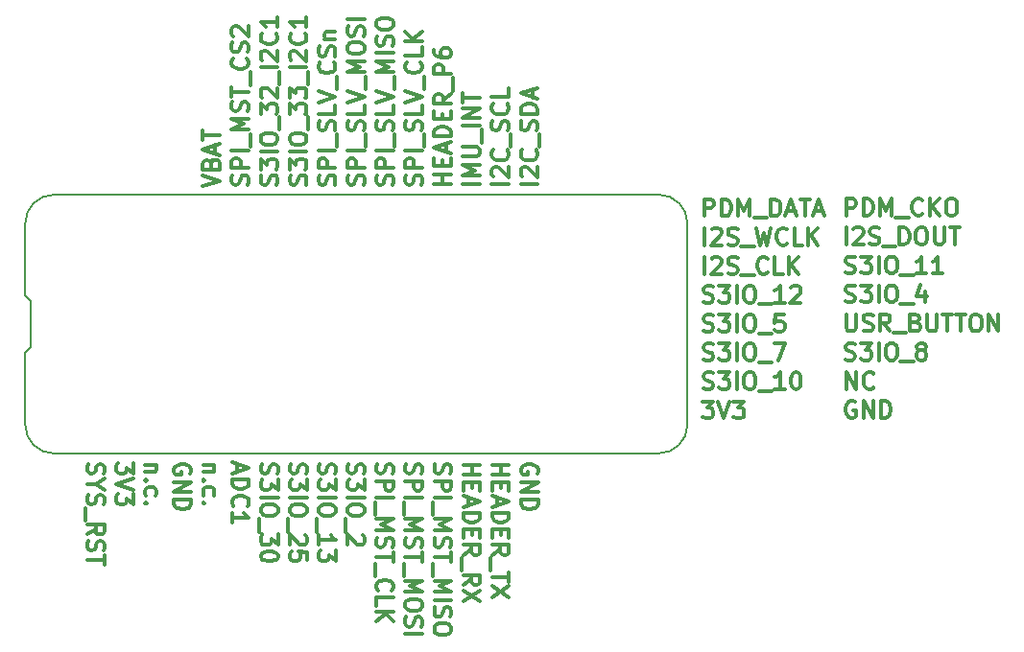
<source format=gbr>
G04 #@! TF.GenerationSoftware,KiCad,Pcbnew,5.1.5+dfsg1-2~bpo10+1*
G04 #@! TF.CreationDate,2020-05-12T19:04:25+02:00*
G04 #@! TF.ProjectId,quickfeather-board,71756963-6b66-4656-9174-6865722d626f,rev?*
G04 #@! TF.SameCoordinates,Original*
G04 #@! TF.FileFunction,Other,ECO1*
%FSLAX46Y46*%
G04 Gerber Fmt 4.6, Leading zero omitted, Abs format (unit mm)*
G04 Created by KiCad (PCBNEW 5.1.5+dfsg1-2~bpo10+1) date 2020-05-12 19:04:25*
%MOMM*%
%LPD*%
G04 APERTURE LIST*
%ADD10C,0.300000*%
%ADD11C,0.150000*%
G04 APERTURE END LIST*
D10*
X195532442Y-95440271D02*
X195532442Y-93940271D01*
X196103871Y-93940271D01*
X196246728Y-94011700D01*
X196318157Y-94083128D01*
X196389585Y-94225985D01*
X196389585Y-94440271D01*
X196318157Y-94583128D01*
X196246728Y-94654557D01*
X196103871Y-94725985D01*
X195532442Y-94725985D01*
X197032442Y-95440271D02*
X197032442Y-93940271D01*
X197389585Y-93940271D01*
X197603871Y-94011700D01*
X197746728Y-94154557D01*
X197818157Y-94297414D01*
X197889585Y-94583128D01*
X197889585Y-94797414D01*
X197818157Y-95083128D01*
X197746728Y-95225985D01*
X197603871Y-95368842D01*
X197389585Y-95440271D01*
X197032442Y-95440271D01*
X198532442Y-95440271D02*
X198532442Y-93940271D01*
X199032442Y-95011700D01*
X199532442Y-93940271D01*
X199532442Y-95440271D01*
X199889585Y-95583128D02*
X201032442Y-95583128D01*
X202246728Y-95297414D02*
X202175300Y-95368842D01*
X201961014Y-95440271D01*
X201818157Y-95440271D01*
X201603871Y-95368842D01*
X201461014Y-95225985D01*
X201389585Y-95083128D01*
X201318157Y-94797414D01*
X201318157Y-94583128D01*
X201389585Y-94297414D01*
X201461014Y-94154557D01*
X201603871Y-94011700D01*
X201818157Y-93940271D01*
X201961014Y-93940271D01*
X202175300Y-94011700D01*
X202246728Y-94083128D01*
X202889585Y-95440271D02*
X202889585Y-93940271D01*
X203746728Y-95440271D02*
X203103871Y-94583128D01*
X203746728Y-93940271D02*
X202889585Y-94797414D01*
X204675300Y-93940271D02*
X204961014Y-93940271D01*
X205103871Y-94011700D01*
X205246728Y-94154557D01*
X205318157Y-94440271D01*
X205318157Y-94940271D01*
X205246728Y-95225985D01*
X205103871Y-95368842D01*
X204961014Y-95440271D01*
X204675300Y-95440271D01*
X204532442Y-95368842D01*
X204389585Y-95225985D01*
X204318157Y-94940271D01*
X204318157Y-94440271D01*
X204389585Y-94154557D01*
X204532442Y-94011700D01*
X204675300Y-93940271D01*
X195532442Y-97990271D02*
X195532442Y-96490271D01*
X196175300Y-96633128D02*
X196246728Y-96561700D01*
X196389585Y-96490271D01*
X196746728Y-96490271D01*
X196889585Y-96561700D01*
X196961014Y-96633128D01*
X197032442Y-96775985D01*
X197032442Y-96918842D01*
X196961014Y-97133128D01*
X196103871Y-97990271D01*
X197032442Y-97990271D01*
X197603871Y-97918842D02*
X197818157Y-97990271D01*
X198175300Y-97990271D01*
X198318157Y-97918842D01*
X198389585Y-97847414D01*
X198461014Y-97704557D01*
X198461014Y-97561700D01*
X198389585Y-97418842D01*
X198318157Y-97347414D01*
X198175300Y-97275985D01*
X197889585Y-97204557D01*
X197746728Y-97133128D01*
X197675300Y-97061700D01*
X197603871Y-96918842D01*
X197603871Y-96775985D01*
X197675300Y-96633128D01*
X197746728Y-96561700D01*
X197889585Y-96490271D01*
X198246728Y-96490271D01*
X198461014Y-96561700D01*
X198746728Y-98133128D02*
X199889585Y-98133128D01*
X200246728Y-97990271D02*
X200246728Y-96490271D01*
X200603871Y-96490271D01*
X200818157Y-96561700D01*
X200961014Y-96704557D01*
X201032442Y-96847414D01*
X201103871Y-97133128D01*
X201103871Y-97347414D01*
X201032442Y-97633128D01*
X200961014Y-97775985D01*
X200818157Y-97918842D01*
X200603871Y-97990271D01*
X200246728Y-97990271D01*
X202032442Y-96490271D02*
X202318157Y-96490271D01*
X202461014Y-96561700D01*
X202603871Y-96704557D01*
X202675300Y-96990271D01*
X202675300Y-97490271D01*
X202603871Y-97775985D01*
X202461014Y-97918842D01*
X202318157Y-97990271D01*
X202032442Y-97990271D01*
X201889585Y-97918842D01*
X201746728Y-97775985D01*
X201675300Y-97490271D01*
X201675300Y-96990271D01*
X201746728Y-96704557D01*
X201889585Y-96561700D01*
X202032442Y-96490271D01*
X203318157Y-96490271D02*
X203318157Y-97704557D01*
X203389585Y-97847414D01*
X203461014Y-97918842D01*
X203603871Y-97990271D01*
X203889585Y-97990271D01*
X204032442Y-97918842D01*
X204103871Y-97847414D01*
X204175300Y-97704557D01*
X204175300Y-96490271D01*
X204675300Y-96490271D02*
X205532442Y-96490271D01*
X205103871Y-97990271D02*
X205103871Y-96490271D01*
X195461014Y-100468842D02*
X195675300Y-100540271D01*
X196032442Y-100540271D01*
X196175300Y-100468842D01*
X196246728Y-100397414D01*
X196318157Y-100254557D01*
X196318157Y-100111700D01*
X196246728Y-99968842D01*
X196175300Y-99897414D01*
X196032442Y-99825985D01*
X195746728Y-99754557D01*
X195603871Y-99683128D01*
X195532442Y-99611700D01*
X195461014Y-99468842D01*
X195461014Y-99325985D01*
X195532442Y-99183128D01*
X195603871Y-99111700D01*
X195746728Y-99040271D01*
X196103871Y-99040271D01*
X196318157Y-99111700D01*
X196818157Y-99040271D02*
X197746728Y-99040271D01*
X197246728Y-99611700D01*
X197461014Y-99611700D01*
X197603871Y-99683128D01*
X197675300Y-99754557D01*
X197746728Y-99897414D01*
X197746728Y-100254557D01*
X197675300Y-100397414D01*
X197603871Y-100468842D01*
X197461014Y-100540271D01*
X197032442Y-100540271D01*
X196889585Y-100468842D01*
X196818157Y-100397414D01*
X198389585Y-100540271D02*
X198389585Y-99040271D01*
X199389585Y-99040271D02*
X199675300Y-99040271D01*
X199818157Y-99111700D01*
X199961014Y-99254557D01*
X200032442Y-99540271D01*
X200032442Y-100040271D01*
X199961014Y-100325985D01*
X199818157Y-100468842D01*
X199675300Y-100540271D01*
X199389585Y-100540271D01*
X199246728Y-100468842D01*
X199103871Y-100325985D01*
X199032442Y-100040271D01*
X199032442Y-99540271D01*
X199103871Y-99254557D01*
X199246728Y-99111700D01*
X199389585Y-99040271D01*
X200318157Y-100683128D02*
X201461014Y-100683128D01*
X202603871Y-100540271D02*
X201746728Y-100540271D01*
X202175300Y-100540271D02*
X202175300Y-99040271D01*
X202032442Y-99254557D01*
X201889585Y-99397414D01*
X201746728Y-99468842D01*
X204032442Y-100540271D02*
X203175300Y-100540271D01*
X203603871Y-100540271D02*
X203603871Y-99040271D01*
X203461014Y-99254557D01*
X203318157Y-99397414D01*
X203175300Y-99468842D01*
X195461014Y-103018842D02*
X195675300Y-103090271D01*
X196032442Y-103090271D01*
X196175300Y-103018842D01*
X196246728Y-102947414D01*
X196318157Y-102804557D01*
X196318157Y-102661700D01*
X196246728Y-102518842D01*
X196175300Y-102447414D01*
X196032442Y-102375985D01*
X195746728Y-102304557D01*
X195603871Y-102233128D01*
X195532442Y-102161700D01*
X195461014Y-102018842D01*
X195461014Y-101875985D01*
X195532442Y-101733128D01*
X195603871Y-101661700D01*
X195746728Y-101590271D01*
X196103871Y-101590271D01*
X196318157Y-101661700D01*
X196818157Y-101590271D02*
X197746728Y-101590271D01*
X197246728Y-102161700D01*
X197461014Y-102161700D01*
X197603871Y-102233128D01*
X197675300Y-102304557D01*
X197746728Y-102447414D01*
X197746728Y-102804557D01*
X197675300Y-102947414D01*
X197603871Y-103018842D01*
X197461014Y-103090271D01*
X197032442Y-103090271D01*
X196889585Y-103018842D01*
X196818157Y-102947414D01*
X198389585Y-103090271D02*
X198389585Y-101590271D01*
X199389585Y-101590271D02*
X199675300Y-101590271D01*
X199818157Y-101661700D01*
X199961014Y-101804557D01*
X200032442Y-102090271D01*
X200032442Y-102590271D01*
X199961014Y-102875985D01*
X199818157Y-103018842D01*
X199675300Y-103090271D01*
X199389585Y-103090271D01*
X199246728Y-103018842D01*
X199103871Y-102875985D01*
X199032442Y-102590271D01*
X199032442Y-102090271D01*
X199103871Y-101804557D01*
X199246728Y-101661700D01*
X199389585Y-101590271D01*
X200318157Y-103233128D02*
X201461014Y-103233128D01*
X202461014Y-102090271D02*
X202461014Y-103090271D01*
X202103871Y-101518842D02*
X201746728Y-102590271D01*
X202675300Y-102590271D01*
X195532442Y-104140271D02*
X195532442Y-105354557D01*
X195603871Y-105497414D01*
X195675300Y-105568842D01*
X195818157Y-105640271D01*
X196103871Y-105640271D01*
X196246728Y-105568842D01*
X196318157Y-105497414D01*
X196389585Y-105354557D01*
X196389585Y-104140271D01*
X197032442Y-105568842D02*
X197246728Y-105640271D01*
X197603871Y-105640271D01*
X197746728Y-105568842D01*
X197818157Y-105497414D01*
X197889585Y-105354557D01*
X197889585Y-105211700D01*
X197818157Y-105068842D01*
X197746728Y-104997414D01*
X197603871Y-104925985D01*
X197318157Y-104854557D01*
X197175300Y-104783128D01*
X197103871Y-104711700D01*
X197032442Y-104568842D01*
X197032442Y-104425985D01*
X197103871Y-104283128D01*
X197175300Y-104211700D01*
X197318157Y-104140271D01*
X197675300Y-104140271D01*
X197889585Y-104211700D01*
X199389585Y-105640271D02*
X198889585Y-104925985D01*
X198532442Y-105640271D02*
X198532442Y-104140271D01*
X199103871Y-104140271D01*
X199246728Y-104211700D01*
X199318157Y-104283128D01*
X199389585Y-104425985D01*
X199389585Y-104640271D01*
X199318157Y-104783128D01*
X199246728Y-104854557D01*
X199103871Y-104925985D01*
X198532442Y-104925985D01*
X199675300Y-105783128D02*
X200818157Y-105783128D01*
X201675300Y-104854557D02*
X201889585Y-104925985D01*
X201961014Y-104997414D01*
X202032442Y-105140271D01*
X202032442Y-105354557D01*
X201961014Y-105497414D01*
X201889585Y-105568842D01*
X201746728Y-105640271D01*
X201175300Y-105640271D01*
X201175300Y-104140271D01*
X201675300Y-104140271D01*
X201818157Y-104211700D01*
X201889585Y-104283128D01*
X201961014Y-104425985D01*
X201961014Y-104568842D01*
X201889585Y-104711700D01*
X201818157Y-104783128D01*
X201675300Y-104854557D01*
X201175300Y-104854557D01*
X202675300Y-104140271D02*
X202675300Y-105354557D01*
X202746728Y-105497414D01*
X202818157Y-105568842D01*
X202961014Y-105640271D01*
X203246728Y-105640271D01*
X203389585Y-105568842D01*
X203461014Y-105497414D01*
X203532442Y-105354557D01*
X203532442Y-104140271D01*
X204032442Y-104140271D02*
X204889585Y-104140271D01*
X204461014Y-105640271D02*
X204461014Y-104140271D01*
X205175300Y-104140271D02*
X206032442Y-104140271D01*
X205603871Y-105640271D02*
X205603871Y-104140271D01*
X206818157Y-104140271D02*
X207103871Y-104140271D01*
X207246728Y-104211700D01*
X207389585Y-104354557D01*
X207461014Y-104640271D01*
X207461014Y-105140271D01*
X207389585Y-105425985D01*
X207246728Y-105568842D01*
X207103871Y-105640271D01*
X206818157Y-105640271D01*
X206675300Y-105568842D01*
X206532442Y-105425985D01*
X206461014Y-105140271D01*
X206461014Y-104640271D01*
X206532442Y-104354557D01*
X206675300Y-104211700D01*
X206818157Y-104140271D01*
X208103871Y-105640271D02*
X208103871Y-104140271D01*
X208961014Y-105640271D01*
X208961014Y-104140271D01*
X195461014Y-108118842D02*
X195675300Y-108190271D01*
X196032442Y-108190271D01*
X196175300Y-108118842D01*
X196246728Y-108047414D01*
X196318157Y-107904557D01*
X196318157Y-107761700D01*
X196246728Y-107618842D01*
X196175300Y-107547414D01*
X196032442Y-107475985D01*
X195746728Y-107404557D01*
X195603871Y-107333128D01*
X195532442Y-107261700D01*
X195461014Y-107118842D01*
X195461014Y-106975985D01*
X195532442Y-106833128D01*
X195603871Y-106761700D01*
X195746728Y-106690271D01*
X196103871Y-106690271D01*
X196318157Y-106761700D01*
X196818157Y-106690271D02*
X197746728Y-106690271D01*
X197246728Y-107261700D01*
X197461014Y-107261700D01*
X197603871Y-107333128D01*
X197675300Y-107404557D01*
X197746728Y-107547414D01*
X197746728Y-107904557D01*
X197675300Y-108047414D01*
X197603871Y-108118842D01*
X197461014Y-108190271D01*
X197032442Y-108190271D01*
X196889585Y-108118842D01*
X196818157Y-108047414D01*
X198389585Y-108190271D02*
X198389585Y-106690271D01*
X199389585Y-106690271D02*
X199675300Y-106690271D01*
X199818157Y-106761700D01*
X199961014Y-106904557D01*
X200032442Y-107190271D01*
X200032442Y-107690271D01*
X199961014Y-107975985D01*
X199818157Y-108118842D01*
X199675300Y-108190271D01*
X199389585Y-108190271D01*
X199246728Y-108118842D01*
X199103871Y-107975985D01*
X199032442Y-107690271D01*
X199032442Y-107190271D01*
X199103871Y-106904557D01*
X199246728Y-106761700D01*
X199389585Y-106690271D01*
X200318157Y-108333128D02*
X201461014Y-108333128D01*
X202032442Y-107333128D02*
X201889585Y-107261700D01*
X201818157Y-107190271D01*
X201746728Y-107047414D01*
X201746728Y-106975985D01*
X201818157Y-106833128D01*
X201889585Y-106761700D01*
X202032442Y-106690271D01*
X202318157Y-106690271D01*
X202461014Y-106761700D01*
X202532442Y-106833128D01*
X202603871Y-106975985D01*
X202603871Y-107047414D01*
X202532442Y-107190271D01*
X202461014Y-107261700D01*
X202318157Y-107333128D01*
X202032442Y-107333128D01*
X201889585Y-107404557D01*
X201818157Y-107475985D01*
X201746728Y-107618842D01*
X201746728Y-107904557D01*
X201818157Y-108047414D01*
X201889585Y-108118842D01*
X202032442Y-108190271D01*
X202318157Y-108190271D01*
X202461014Y-108118842D01*
X202532442Y-108047414D01*
X202603871Y-107904557D01*
X202603871Y-107618842D01*
X202532442Y-107475985D01*
X202461014Y-107404557D01*
X202318157Y-107333128D01*
X195532442Y-110740271D02*
X195532442Y-109240271D01*
X196389585Y-110740271D01*
X196389585Y-109240271D01*
X197961014Y-110597414D02*
X197889585Y-110668842D01*
X197675300Y-110740271D01*
X197532442Y-110740271D01*
X197318157Y-110668842D01*
X197175300Y-110525985D01*
X197103871Y-110383128D01*
X197032442Y-110097414D01*
X197032442Y-109883128D01*
X197103871Y-109597414D01*
X197175300Y-109454557D01*
X197318157Y-109311700D01*
X197532442Y-109240271D01*
X197675300Y-109240271D01*
X197889585Y-109311700D01*
X197961014Y-109383128D01*
X196318157Y-111861700D02*
X196175300Y-111790271D01*
X195961014Y-111790271D01*
X195746728Y-111861700D01*
X195603871Y-112004557D01*
X195532442Y-112147414D01*
X195461014Y-112433128D01*
X195461014Y-112647414D01*
X195532442Y-112933128D01*
X195603871Y-113075985D01*
X195746728Y-113218842D01*
X195961014Y-113290271D01*
X196103871Y-113290271D01*
X196318157Y-113218842D01*
X196389585Y-113147414D01*
X196389585Y-112647414D01*
X196103871Y-112647414D01*
X197032442Y-113290271D02*
X197032442Y-111790271D01*
X197889585Y-113290271D01*
X197889585Y-111790271D01*
X198603871Y-113290271D02*
X198603871Y-111790271D01*
X198961014Y-111790271D01*
X199175300Y-111861700D01*
X199318157Y-112004557D01*
X199389585Y-112147414D01*
X199461014Y-112433128D01*
X199461014Y-112647414D01*
X199389585Y-112933128D01*
X199318157Y-113075985D01*
X199175300Y-113218842D01*
X198961014Y-113290271D01*
X198603871Y-113290271D01*
X183022442Y-95475271D02*
X183022442Y-93975271D01*
X183593871Y-93975271D01*
X183736728Y-94046700D01*
X183808157Y-94118128D01*
X183879585Y-94260985D01*
X183879585Y-94475271D01*
X183808157Y-94618128D01*
X183736728Y-94689557D01*
X183593871Y-94760985D01*
X183022442Y-94760985D01*
X184522442Y-95475271D02*
X184522442Y-93975271D01*
X184879585Y-93975271D01*
X185093871Y-94046700D01*
X185236728Y-94189557D01*
X185308157Y-94332414D01*
X185379585Y-94618128D01*
X185379585Y-94832414D01*
X185308157Y-95118128D01*
X185236728Y-95260985D01*
X185093871Y-95403842D01*
X184879585Y-95475271D01*
X184522442Y-95475271D01*
X186022442Y-95475271D02*
X186022442Y-93975271D01*
X186522442Y-95046700D01*
X187022442Y-93975271D01*
X187022442Y-95475271D01*
X187379585Y-95618128D02*
X188522442Y-95618128D01*
X188879585Y-95475271D02*
X188879585Y-93975271D01*
X189236728Y-93975271D01*
X189451014Y-94046700D01*
X189593871Y-94189557D01*
X189665300Y-94332414D01*
X189736728Y-94618128D01*
X189736728Y-94832414D01*
X189665300Y-95118128D01*
X189593871Y-95260985D01*
X189451014Y-95403842D01*
X189236728Y-95475271D01*
X188879585Y-95475271D01*
X190308157Y-95046700D02*
X191022442Y-95046700D01*
X190165300Y-95475271D02*
X190665300Y-93975271D01*
X191165300Y-95475271D01*
X191451014Y-93975271D02*
X192308157Y-93975271D01*
X191879585Y-95475271D02*
X191879585Y-93975271D01*
X192736728Y-95046700D02*
X193451014Y-95046700D01*
X192593871Y-95475271D02*
X193093871Y-93975271D01*
X193593871Y-95475271D01*
X183022442Y-98025271D02*
X183022442Y-96525271D01*
X183665300Y-96668128D02*
X183736728Y-96596700D01*
X183879585Y-96525271D01*
X184236728Y-96525271D01*
X184379585Y-96596700D01*
X184451014Y-96668128D01*
X184522442Y-96810985D01*
X184522442Y-96953842D01*
X184451014Y-97168128D01*
X183593871Y-98025271D01*
X184522442Y-98025271D01*
X185093871Y-97953842D02*
X185308157Y-98025271D01*
X185665300Y-98025271D01*
X185808157Y-97953842D01*
X185879585Y-97882414D01*
X185951014Y-97739557D01*
X185951014Y-97596700D01*
X185879585Y-97453842D01*
X185808157Y-97382414D01*
X185665300Y-97310985D01*
X185379585Y-97239557D01*
X185236728Y-97168128D01*
X185165300Y-97096700D01*
X185093871Y-96953842D01*
X185093871Y-96810985D01*
X185165300Y-96668128D01*
X185236728Y-96596700D01*
X185379585Y-96525271D01*
X185736728Y-96525271D01*
X185951014Y-96596700D01*
X186236728Y-98168128D02*
X187379585Y-98168128D01*
X187593871Y-96525271D02*
X187951014Y-98025271D01*
X188236728Y-96953842D01*
X188522442Y-98025271D01*
X188879585Y-96525271D01*
X190308157Y-97882414D02*
X190236728Y-97953842D01*
X190022442Y-98025271D01*
X189879585Y-98025271D01*
X189665300Y-97953842D01*
X189522442Y-97810985D01*
X189451014Y-97668128D01*
X189379585Y-97382414D01*
X189379585Y-97168128D01*
X189451014Y-96882414D01*
X189522442Y-96739557D01*
X189665300Y-96596700D01*
X189879585Y-96525271D01*
X190022442Y-96525271D01*
X190236728Y-96596700D01*
X190308157Y-96668128D01*
X191665300Y-98025271D02*
X190951014Y-98025271D01*
X190951014Y-96525271D01*
X192165300Y-98025271D02*
X192165300Y-96525271D01*
X193022442Y-98025271D02*
X192379585Y-97168128D01*
X193022442Y-96525271D02*
X192165300Y-97382414D01*
X183022442Y-100575271D02*
X183022442Y-99075271D01*
X183665300Y-99218128D02*
X183736728Y-99146700D01*
X183879585Y-99075271D01*
X184236728Y-99075271D01*
X184379585Y-99146700D01*
X184451014Y-99218128D01*
X184522442Y-99360985D01*
X184522442Y-99503842D01*
X184451014Y-99718128D01*
X183593871Y-100575271D01*
X184522442Y-100575271D01*
X185093871Y-100503842D02*
X185308157Y-100575271D01*
X185665300Y-100575271D01*
X185808157Y-100503842D01*
X185879585Y-100432414D01*
X185951014Y-100289557D01*
X185951014Y-100146700D01*
X185879585Y-100003842D01*
X185808157Y-99932414D01*
X185665300Y-99860985D01*
X185379585Y-99789557D01*
X185236728Y-99718128D01*
X185165300Y-99646700D01*
X185093871Y-99503842D01*
X185093871Y-99360985D01*
X185165300Y-99218128D01*
X185236728Y-99146700D01*
X185379585Y-99075271D01*
X185736728Y-99075271D01*
X185951014Y-99146700D01*
X186236728Y-100718128D02*
X187379585Y-100718128D01*
X188593871Y-100432414D02*
X188522442Y-100503842D01*
X188308157Y-100575271D01*
X188165300Y-100575271D01*
X187951014Y-100503842D01*
X187808157Y-100360985D01*
X187736728Y-100218128D01*
X187665300Y-99932414D01*
X187665300Y-99718128D01*
X187736728Y-99432414D01*
X187808157Y-99289557D01*
X187951014Y-99146700D01*
X188165300Y-99075271D01*
X188308157Y-99075271D01*
X188522442Y-99146700D01*
X188593871Y-99218128D01*
X189951014Y-100575271D02*
X189236728Y-100575271D01*
X189236728Y-99075271D01*
X190451014Y-100575271D02*
X190451014Y-99075271D01*
X191308157Y-100575271D02*
X190665300Y-99718128D01*
X191308157Y-99075271D02*
X190451014Y-99932414D01*
X182951014Y-103053842D02*
X183165300Y-103125271D01*
X183522442Y-103125271D01*
X183665300Y-103053842D01*
X183736728Y-102982414D01*
X183808157Y-102839557D01*
X183808157Y-102696700D01*
X183736728Y-102553842D01*
X183665300Y-102482414D01*
X183522442Y-102410985D01*
X183236728Y-102339557D01*
X183093871Y-102268128D01*
X183022442Y-102196700D01*
X182951014Y-102053842D01*
X182951014Y-101910985D01*
X183022442Y-101768128D01*
X183093871Y-101696700D01*
X183236728Y-101625271D01*
X183593871Y-101625271D01*
X183808157Y-101696700D01*
X184308157Y-101625271D02*
X185236728Y-101625271D01*
X184736728Y-102196700D01*
X184951014Y-102196700D01*
X185093871Y-102268128D01*
X185165300Y-102339557D01*
X185236728Y-102482414D01*
X185236728Y-102839557D01*
X185165300Y-102982414D01*
X185093871Y-103053842D01*
X184951014Y-103125271D01*
X184522442Y-103125271D01*
X184379585Y-103053842D01*
X184308157Y-102982414D01*
X185879585Y-103125271D02*
X185879585Y-101625271D01*
X186879585Y-101625271D02*
X187165300Y-101625271D01*
X187308157Y-101696700D01*
X187451014Y-101839557D01*
X187522442Y-102125271D01*
X187522442Y-102625271D01*
X187451014Y-102910985D01*
X187308157Y-103053842D01*
X187165300Y-103125271D01*
X186879585Y-103125271D01*
X186736728Y-103053842D01*
X186593871Y-102910985D01*
X186522442Y-102625271D01*
X186522442Y-102125271D01*
X186593871Y-101839557D01*
X186736728Y-101696700D01*
X186879585Y-101625271D01*
X187808157Y-103268128D02*
X188951014Y-103268128D01*
X190093871Y-103125271D02*
X189236728Y-103125271D01*
X189665300Y-103125271D02*
X189665300Y-101625271D01*
X189522442Y-101839557D01*
X189379585Y-101982414D01*
X189236728Y-102053842D01*
X190665300Y-101768128D02*
X190736728Y-101696700D01*
X190879585Y-101625271D01*
X191236728Y-101625271D01*
X191379585Y-101696700D01*
X191451014Y-101768128D01*
X191522442Y-101910985D01*
X191522442Y-102053842D01*
X191451014Y-102268128D01*
X190593871Y-103125271D01*
X191522442Y-103125271D01*
X182951014Y-105603842D02*
X183165300Y-105675271D01*
X183522442Y-105675271D01*
X183665300Y-105603842D01*
X183736728Y-105532414D01*
X183808157Y-105389557D01*
X183808157Y-105246700D01*
X183736728Y-105103842D01*
X183665300Y-105032414D01*
X183522442Y-104960985D01*
X183236728Y-104889557D01*
X183093871Y-104818128D01*
X183022442Y-104746700D01*
X182951014Y-104603842D01*
X182951014Y-104460985D01*
X183022442Y-104318128D01*
X183093871Y-104246700D01*
X183236728Y-104175271D01*
X183593871Y-104175271D01*
X183808157Y-104246700D01*
X184308157Y-104175271D02*
X185236728Y-104175271D01*
X184736728Y-104746700D01*
X184951014Y-104746700D01*
X185093871Y-104818128D01*
X185165300Y-104889557D01*
X185236728Y-105032414D01*
X185236728Y-105389557D01*
X185165300Y-105532414D01*
X185093871Y-105603842D01*
X184951014Y-105675271D01*
X184522442Y-105675271D01*
X184379585Y-105603842D01*
X184308157Y-105532414D01*
X185879585Y-105675271D02*
X185879585Y-104175271D01*
X186879585Y-104175271D02*
X187165300Y-104175271D01*
X187308157Y-104246700D01*
X187451014Y-104389557D01*
X187522442Y-104675271D01*
X187522442Y-105175271D01*
X187451014Y-105460985D01*
X187308157Y-105603842D01*
X187165300Y-105675271D01*
X186879585Y-105675271D01*
X186736728Y-105603842D01*
X186593871Y-105460985D01*
X186522442Y-105175271D01*
X186522442Y-104675271D01*
X186593871Y-104389557D01*
X186736728Y-104246700D01*
X186879585Y-104175271D01*
X187808157Y-105818128D02*
X188951014Y-105818128D01*
X190022442Y-104175271D02*
X189308157Y-104175271D01*
X189236728Y-104889557D01*
X189308157Y-104818128D01*
X189451014Y-104746700D01*
X189808157Y-104746700D01*
X189951014Y-104818128D01*
X190022442Y-104889557D01*
X190093871Y-105032414D01*
X190093871Y-105389557D01*
X190022442Y-105532414D01*
X189951014Y-105603842D01*
X189808157Y-105675271D01*
X189451014Y-105675271D01*
X189308157Y-105603842D01*
X189236728Y-105532414D01*
X182951014Y-108153842D02*
X183165300Y-108225271D01*
X183522442Y-108225271D01*
X183665300Y-108153842D01*
X183736728Y-108082414D01*
X183808157Y-107939557D01*
X183808157Y-107796700D01*
X183736728Y-107653842D01*
X183665300Y-107582414D01*
X183522442Y-107510985D01*
X183236728Y-107439557D01*
X183093871Y-107368128D01*
X183022442Y-107296700D01*
X182951014Y-107153842D01*
X182951014Y-107010985D01*
X183022442Y-106868128D01*
X183093871Y-106796700D01*
X183236728Y-106725271D01*
X183593871Y-106725271D01*
X183808157Y-106796700D01*
X184308157Y-106725271D02*
X185236728Y-106725271D01*
X184736728Y-107296700D01*
X184951014Y-107296700D01*
X185093871Y-107368128D01*
X185165300Y-107439557D01*
X185236728Y-107582414D01*
X185236728Y-107939557D01*
X185165300Y-108082414D01*
X185093871Y-108153842D01*
X184951014Y-108225271D01*
X184522442Y-108225271D01*
X184379585Y-108153842D01*
X184308157Y-108082414D01*
X185879585Y-108225271D02*
X185879585Y-106725271D01*
X186879585Y-106725271D02*
X187165300Y-106725271D01*
X187308157Y-106796700D01*
X187451014Y-106939557D01*
X187522442Y-107225271D01*
X187522442Y-107725271D01*
X187451014Y-108010985D01*
X187308157Y-108153842D01*
X187165300Y-108225271D01*
X186879585Y-108225271D01*
X186736728Y-108153842D01*
X186593871Y-108010985D01*
X186522442Y-107725271D01*
X186522442Y-107225271D01*
X186593871Y-106939557D01*
X186736728Y-106796700D01*
X186879585Y-106725271D01*
X187808157Y-108368128D02*
X188951014Y-108368128D01*
X189165300Y-106725271D02*
X190165300Y-106725271D01*
X189522442Y-108225271D01*
X182951014Y-110703842D02*
X183165300Y-110775271D01*
X183522442Y-110775271D01*
X183665300Y-110703842D01*
X183736728Y-110632414D01*
X183808157Y-110489557D01*
X183808157Y-110346700D01*
X183736728Y-110203842D01*
X183665300Y-110132414D01*
X183522442Y-110060985D01*
X183236728Y-109989557D01*
X183093871Y-109918128D01*
X183022442Y-109846700D01*
X182951014Y-109703842D01*
X182951014Y-109560985D01*
X183022442Y-109418128D01*
X183093871Y-109346700D01*
X183236728Y-109275271D01*
X183593871Y-109275271D01*
X183808157Y-109346700D01*
X184308157Y-109275271D02*
X185236728Y-109275271D01*
X184736728Y-109846700D01*
X184951014Y-109846700D01*
X185093871Y-109918128D01*
X185165300Y-109989557D01*
X185236728Y-110132414D01*
X185236728Y-110489557D01*
X185165300Y-110632414D01*
X185093871Y-110703842D01*
X184951014Y-110775271D01*
X184522442Y-110775271D01*
X184379585Y-110703842D01*
X184308157Y-110632414D01*
X185879585Y-110775271D02*
X185879585Y-109275271D01*
X186879585Y-109275271D02*
X187165300Y-109275271D01*
X187308157Y-109346700D01*
X187451014Y-109489557D01*
X187522442Y-109775271D01*
X187522442Y-110275271D01*
X187451014Y-110560985D01*
X187308157Y-110703842D01*
X187165300Y-110775271D01*
X186879585Y-110775271D01*
X186736728Y-110703842D01*
X186593871Y-110560985D01*
X186522442Y-110275271D01*
X186522442Y-109775271D01*
X186593871Y-109489557D01*
X186736728Y-109346700D01*
X186879585Y-109275271D01*
X187808157Y-110918128D02*
X188951014Y-110918128D01*
X190093871Y-110775271D02*
X189236728Y-110775271D01*
X189665300Y-110775271D02*
X189665300Y-109275271D01*
X189522442Y-109489557D01*
X189379585Y-109632414D01*
X189236728Y-109703842D01*
X191022442Y-109275271D02*
X191165300Y-109275271D01*
X191308157Y-109346700D01*
X191379585Y-109418128D01*
X191451014Y-109560985D01*
X191522442Y-109846700D01*
X191522442Y-110203842D01*
X191451014Y-110489557D01*
X191379585Y-110632414D01*
X191308157Y-110703842D01*
X191165300Y-110775271D01*
X191022442Y-110775271D01*
X190879585Y-110703842D01*
X190808157Y-110632414D01*
X190736728Y-110489557D01*
X190665300Y-110203842D01*
X190665300Y-109846700D01*
X190736728Y-109560985D01*
X190808157Y-109418128D01*
X190879585Y-109346700D01*
X191022442Y-109275271D01*
X182879585Y-111825271D02*
X183808157Y-111825271D01*
X183308157Y-112396700D01*
X183522442Y-112396700D01*
X183665300Y-112468128D01*
X183736728Y-112539557D01*
X183808157Y-112682414D01*
X183808157Y-113039557D01*
X183736728Y-113182414D01*
X183665300Y-113253842D01*
X183522442Y-113325271D01*
X183093871Y-113325271D01*
X182951014Y-113253842D01*
X182879585Y-113182414D01*
X184236728Y-111825271D02*
X184736728Y-113325271D01*
X185236728Y-111825271D01*
X185593871Y-111825271D02*
X186522442Y-111825271D01*
X186022442Y-112396700D01*
X186236728Y-112396700D01*
X186379585Y-112468128D01*
X186451014Y-112539557D01*
X186522442Y-112682414D01*
X186522442Y-113039557D01*
X186451014Y-113182414D01*
X186379585Y-113253842D01*
X186236728Y-113325271D01*
X185808157Y-113325271D01*
X185665300Y-113253842D01*
X185593871Y-113182414D01*
X168265300Y-118229557D02*
X168336728Y-118086700D01*
X168336728Y-117872414D01*
X168265300Y-117658128D01*
X168122442Y-117515271D01*
X167979585Y-117443842D01*
X167693871Y-117372414D01*
X167479585Y-117372414D01*
X167193871Y-117443842D01*
X167051014Y-117515271D01*
X166908157Y-117658128D01*
X166836728Y-117872414D01*
X166836728Y-118015271D01*
X166908157Y-118229557D01*
X166979585Y-118300985D01*
X167479585Y-118300985D01*
X167479585Y-118015271D01*
X166836728Y-118943842D02*
X168336728Y-118943842D01*
X166836728Y-119800985D01*
X168336728Y-119800985D01*
X166836728Y-120515271D02*
X168336728Y-120515271D01*
X168336728Y-120872414D01*
X168265300Y-121086700D01*
X168122442Y-121229557D01*
X167979585Y-121300985D01*
X167693871Y-121372414D01*
X167479585Y-121372414D01*
X167193871Y-121300985D01*
X167051014Y-121229557D01*
X166908157Y-121086700D01*
X166836728Y-120872414D01*
X166836728Y-120515271D01*
X164286728Y-117443842D02*
X165786728Y-117443842D01*
X165072442Y-117443842D02*
X165072442Y-118300985D01*
X164286728Y-118300985D02*
X165786728Y-118300985D01*
X165072442Y-119015271D02*
X165072442Y-119515271D01*
X164286728Y-119729557D02*
X164286728Y-119015271D01*
X165786728Y-119015271D01*
X165786728Y-119729557D01*
X164715300Y-120300985D02*
X164715300Y-121015271D01*
X164286728Y-120158128D02*
X165786728Y-120658128D01*
X164286728Y-121158128D01*
X164286728Y-121658128D02*
X165786728Y-121658128D01*
X165786728Y-122015271D01*
X165715300Y-122229557D01*
X165572442Y-122372414D01*
X165429585Y-122443842D01*
X165143871Y-122515271D01*
X164929585Y-122515271D01*
X164643871Y-122443842D01*
X164501014Y-122372414D01*
X164358157Y-122229557D01*
X164286728Y-122015271D01*
X164286728Y-121658128D01*
X165072442Y-123158128D02*
X165072442Y-123658128D01*
X164286728Y-123872414D02*
X164286728Y-123158128D01*
X165786728Y-123158128D01*
X165786728Y-123872414D01*
X164286728Y-125372414D02*
X165001014Y-124872414D01*
X164286728Y-124515271D02*
X165786728Y-124515271D01*
X165786728Y-125086700D01*
X165715300Y-125229557D01*
X165643871Y-125300985D01*
X165501014Y-125372414D01*
X165286728Y-125372414D01*
X165143871Y-125300985D01*
X165072442Y-125229557D01*
X165001014Y-125086700D01*
X165001014Y-124515271D01*
X164143871Y-125658128D02*
X164143871Y-126800985D01*
X165786728Y-126943842D02*
X165786728Y-127800985D01*
X164286728Y-127372414D02*
X165786728Y-127372414D01*
X165786728Y-128158128D02*
X164286728Y-129158128D01*
X165786728Y-129158128D02*
X164286728Y-128158128D01*
X161736728Y-117443842D02*
X163236728Y-117443842D01*
X162522442Y-117443842D02*
X162522442Y-118300985D01*
X161736728Y-118300985D02*
X163236728Y-118300985D01*
X162522442Y-119015271D02*
X162522442Y-119515271D01*
X161736728Y-119729557D02*
X161736728Y-119015271D01*
X163236728Y-119015271D01*
X163236728Y-119729557D01*
X162165300Y-120300985D02*
X162165300Y-121015271D01*
X161736728Y-120158128D02*
X163236728Y-120658128D01*
X161736728Y-121158128D01*
X161736728Y-121658128D02*
X163236728Y-121658128D01*
X163236728Y-122015271D01*
X163165300Y-122229557D01*
X163022442Y-122372414D01*
X162879585Y-122443842D01*
X162593871Y-122515271D01*
X162379585Y-122515271D01*
X162093871Y-122443842D01*
X161951014Y-122372414D01*
X161808157Y-122229557D01*
X161736728Y-122015271D01*
X161736728Y-121658128D01*
X162522442Y-123158128D02*
X162522442Y-123658128D01*
X161736728Y-123872414D02*
X161736728Y-123158128D01*
X163236728Y-123158128D01*
X163236728Y-123872414D01*
X161736728Y-125372414D02*
X162451014Y-124872414D01*
X161736728Y-124515271D02*
X163236728Y-124515271D01*
X163236728Y-125086700D01*
X163165300Y-125229557D01*
X163093871Y-125300985D01*
X162951014Y-125372414D01*
X162736728Y-125372414D01*
X162593871Y-125300985D01*
X162522442Y-125229557D01*
X162451014Y-125086700D01*
X162451014Y-124515271D01*
X161593871Y-125658128D02*
X161593871Y-126800985D01*
X161736728Y-128015271D02*
X162451014Y-127515271D01*
X161736728Y-127158128D02*
X163236728Y-127158128D01*
X163236728Y-127729557D01*
X163165300Y-127872414D01*
X163093871Y-127943842D01*
X162951014Y-128015271D01*
X162736728Y-128015271D01*
X162593871Y-127943842D01*
X162522442Y-127872414D01*
X162451014Y-127729557D01*
X162451014Y-127158128D01*
X163236728Y-128515271D02*
X161736728Y-129515271D01*
X163236728Y-129515271D02*
X161736728Y-128515271D01*
X159258157Y-117372414D02*
X159186728Y-117586700D01*
X159186728Y-117943842D01*
X159258157Y-118086700D01*
X159329585Y-118158128D01*
X159472442Y-118229557D01*
X159615300Y-118229557D01*
X159758157Y-118158128D01*
X159829585Y-118086700D01*
X159901014Y-117943842D01*
X159972442Y-117658128D01*
X160043871Y-117515271D01*
X160115300Y-117443842D01*
X160258157Y-117372414D01*
X160401014Y-117372414D01*
X160543871Y-117443842D01*
X160615300Y-117515271D01*
X160686728Y-117658128D01*
X160686728Y-118015271D01*
X160615300Y-118229557D01*
X159186728Y-118872414D02*
X160686728Y-118872414D01*
X160686728Y-119443842D01*
X160615300Y-119586700D01*
X160543871Y-119658128D01*
X160401014Y-119729557D01*
X160186728Y-119729557D01*
X160043871Y-119658128D01*
X159972442Y-119586700D01*
X159901014Y-119443842D01*
X159901014Y-118872414D01*
X159186728Y-120372414D02*
X160686728Y-120372414D01*
X159043871Y-120729557D02*
X159043871Y-121872414D01*
X159186728Y-122229557D02*
X160686728Y-122229557D01*
X159615300Y-122729557D01*
X160686728Y-123229557D01*
X159186728Y-123229557D01*
X159258157Y-123872414D02*
X159186728Y-124086700D01*
X159186728Y-124443842D01*
X159258157Y-124586700D01*
X159329585Y-124658128D01*
X159472442Y-124729557D01*
X159615300Y-124729557D01*
X159758157Y-124658128D01*
X159829585Y-124586700D01*
X159901014Y-124443842D01*
X159972442Y-124158128D01*
X160043871Y-124015271D01*
X160115300Y-123943842D01*
X160258157Y-123872414D01*
X160401014Y-123872414D01*
X160543871Y-123943842D01*
X160615300Y-124015271D01*
X160686728Y-124158128D01*
X160686728Y-124515271D01*
X160615300Y-124729557D01*
X160686728Y-125158128D02*
X160686728Y-126015271D01*
X159186728Y-125586700D02*
X160686728Y-125586700D01*
X159043871Y-126158128D02*
X159043871Y-127300985D01*
X159186728Y-127658128D02*
X160686728Y-127658128D01*
X159615300Y-128158128D01*
X160686728Y-128658128D01*
X159186728Y-128658128D01*
X159186728Y-129372414D02*
X160686728Y-129372414D01*
X159258157Y-130015271D02*
X159186728Y-130229557D01*
X159186728Y-130586700D01*
X159258157Y-130729557D01*
X159329585Y-130800985D01*
X159472442Y-130872414D01*
X159615300Y-130872414D01*
X159758157Y-130800985D01*
X159829585Y-130729557D01*
X159901014Y-130586700D01*
X159972442Y-130300985D01*
X160043871Y-130158128D01*
X160115300Y-130086700D01*
X160258157Y-130015271D01*
X160401014Y-130015271D01*
X160543871Y-130086700D01*
X160615300Y-130158128D01*
X160686728Y-130300985D01*
X160686728Y-130658128D01*
X160615300Y-130872414D01*
X160686728Y-131800985D02*
X160686728Y-132086700D01*
X160615300Y-132229557D01*
X160472442Y-132372414D01*
X160186728Y-132443842D01*
X159686728Y-132443842D01*
X159401014Y-132372414D01*
X159258157Y-132229557D01*
X159186728Y-132086700D01*
X159186728Y-131800985D01*
X159258157Y-131658128D01*
X159401014Y-131515271D01*
X159686728Y-131443842D01*
X160186728Y-131443842D01*
X160472442Y-131515271D01*
X160615300Y-131658128D01*
X160686728Y-131800985D01*
X156708157Y-117372414D02*
X156636728Y-117586700D01*
X156636728Y-117943842D01*
X156708157Y-118086700D01*
X156779585Y-118158128D01*
X156922442Y-118229557D01*
X157065300Y-118229557D01*
X157208157Y-118158128D01*
X157279585Y-118086700D01*
X157351014Y-117943842D01*
X157422442Y-117658128D01*
X157493871Y-117515271D01*
X157565300Y-117443842D01*
X157708157Y-117372414D01*
X157851014Y-117372414D01*
X157993871Y-117443842D01*
X158065300Y-117515271D01*
X158136728Y-117658128D01*
X158136728Y-118015271D01*
X158065300Y-118229557D01*
X156636728Y-118872414D02*
X158136728Y-118872414D01*
X158136728Y-119443842D01*
X158065300Y-119586700D01*
X157993871Y-119658128D01*
X157851014Y-119729557D01*
X157636728Y-119729557D01*
X157493871Y-119658128D01*
X157422442Y-119586700D01*
X157351014Y-119443842D01*
X157351014Y-118872414D01*
X156636728Y-120372414D02*
X158136728Y-120372414D01*
X156493871Y-120729557D02*
X156493871Y-121872414D01*
X156636728Y-122229557D02*
X158136728Y-122229557D01*
X157065300Y-122729557D01*
X158136728Y-123229557D01*
X156636728Y-123229557D01*
X156708157Y-123872414D02*
X156636728Y-124086700D01*
X156636728Y-124443842D01*
X156708157Y-124586700D01*
X156779585Y-124658128D01*
X156922442Y-124729557D01*
X157065300Y-124729557D01*
X157208157Y-124658128D01*
X157279585Y-124586700D01*
X157351014Y-124443842D01*
X157422442Y-124158128D01*
X157493871Y-124015271D01*
X157565300Y-123943842D01*
X157708157Y-123872414D01*
X157851014Y-123872414D01*
X157993871Y-123943842D01*
X158065300Y-124015271D01*
X158136728Y-124158128D01*
X158136728Y-124515271D01*
X158065300Y-124729557D01*
X158136728Y-125158128D02*
X158136728Y-126015271D01*
X156636728Y-125586700D02*
X158136728Y-125586700D01*
X156493871Y-126158128D02*
X156493871Y-127300985D01*
X156636728Y-127658128D02*
X158136728Y-127658128D01*
X157065300Y-128158128D01*
X158136728Y-128658128D01*
X156636728Y-128658128D01*
X158136728Y-129658128D02*
X158136728Y-129943842D01*
X158065300Y-130086700D01*
X157922442Y-130229557D01*
X157636728Y-130300985D01*
X157136728Y-130300985D01*
X156851014Y-130229557D01*
X156708157Y-130086700D01*
X156636728Y-129943842D01*
X156636728Y-129658128D01*
X156708157Y-129515271D01*
X156851014Y-129372414D01*
X157136728Y-129300985D01*
X157636728Y-129300985D01*
X157922442Y-129372414D01*
X158065300Y-129515271D01*
X158136728Y-129658128D01*
X156708157Y-130872414D02*
X156636728Y-131086700D01*
X156636728Y-131443842D01*
X156708157Y-131586700D01*
X156779585Y-131658128D01*
X156922442Y-131729557D01*
X157065300Y-131729557D01*
X157208157Y-131658128D01*
X157279585Y-131586700D01*
X157351014Y-131443842D01*
X157422442Y-131158128D01*
X157493871Y-131015271D01*
X157565300Y-130943842D01*
X157708157Y-130872414D01*
X157851014Y-130872414D01*
X157993871Y-130943842D01*
X158065300Y-131015271D01*
X158136728Y-131158128D01*
X158136728Y-131515271D01*
X158065300Y-131729557D01*
X156636728Y-132372414D02*
X158136728Y-132372414D01*
X154158157Y-117372414D02*
X154086728Y-117586700D01*
X154086728Y-117943842D01*
X154158157Y-118086700D01*
X154229585Y-118158128D01*
X154372442Y-118229557D01*
X154515300Y-118229557D01*
X154658157Y-118158128D01*
X154729585Y-118086700D01*
X154801014Y-117943842D01*
X154872442Y-117658128D01*
X154943871Y-117515271D01*
X155015300Y-117443842D01*
X155158157Y-117372414D01*
X155301014Y-117372414D01*
X155443871Y-117443842D01*
X155515300Y-117515271D01*
X155586728Y-117658128D01*
X155586728Y-118015271D01*
X155515300Y-118229557D01*
X154086728Y-118872414D02*
X155586728Y-118872414D01*
X155586728Y-119443842D01*
X155515300Y-119586700D01*
X155443871Y-119658128D01*
X155301014Y-119729557D01*
X155086728Y-119729557D01*
X154943871Y-119658128D01*
X154872442Y-119586700D01*
X154801014Y-119443842D01*
X154801014Y-118872414D01*
X154086728Y-120372414D02*
X155586728Y-120372414D01*
X153943871Y-120729557D02*
X153943871Y-121872414D01*
X154086728Y-122229557D02*
X155586728Y-122229557D01*
X154515300Y-122729557D01*
X155586728Y-123229557D01*
X154086728Y-123229557D01*
X154158157Y-123872414D02*
X154086728Y-124086700D01*
X154086728Y-124443842D01*
X154158157Y-124586700D01*
X154229585Y-124658128D01*
X154372442Y-124729557D01*
X154515300Y-124729557D01*
X154658157Y-124658128D01*
X154729585Y-124586700D01*
X154801014Y-124443842D01*
X154872442Y-124158128D01*
X154943871Y-124015271D01*
X155015300Y-123943842D01*
X155158157Y-123872414D01*
X155301014Y-123872414D01*
X155443871Y-123943842D01*
X155515300Y-124015271D01*
X155586728Y-124158128D01*
X155586728Y-124515271D01*
X155515300Y-124729557D01*
X155586728Y-125158128D02*
X155586728Y-126015271D01*
X154086728Y-125586700D02*
X155586728Y-125586700D01*
X153943871Y-126158128D02*
X153943871Y-127300985D01*
X154229585Y-128515271D02*
X154158157Y-128443842D01*
X154086728Y-128229557D01*
X154086728Y-128086700D01*
X154158157Y-127872414D01*
X154301014Y-127729557D01*
X154443871Y-127658128D01*
X154729585Y-127586700D01*
X154943871Y-127586700D01*
X155229585Y-127658128D01*
X155372442Y-127729557D01*
X155515300Y-127872414D01*
X155586728Y-128086700D01*
X155586728Y-128229557D01*
X155515300Y-128443842D01*
X155443871Y-128515271D01*
X154086728Y-129872414D02*
X154086728Y-129158128D01*
X155586728Y-129158128D01*
X154086728Y-130372414D02*
X155586728Y-130372414D01*
X154086728Y-131229557D02*
X154943871Y-130586700D01*
X155586728Y-131229557D02*
X154729585Y-130372414D01*
X151608157Y-117372414D02*
X151536728Y-117586700D01*
X151536728Y-117943842D01*
X151608157Y-118086700D01*
X151679585Y-118158128D01*
X151822442Y-118229557D01*
X151965300Y-118229557D01*
X152108157Y-118158128D01*
X152179585Y-118086700D01*
X152251014Y-117943842D01*
X152322442Y-117658128D01*
X152393871Y-117515271D01*
X152465300Y-117443842D01*
X152608157Y-117372414D01*
X152751014Y-117372414D01*
X152893871Y-117443842D01*
X152965300Y-117515271D01*
X153036728Y-117658128D01*
X153036728Y-118015271D01*
X152965300Y-118229557D01*
X153036728Y-118729557D02*
X153036728Y-119658128D01*
X152465300Y-119158128D01*
X152465300Y-119372414D01*
X152393871Y-119515271D01*
X152322442Y-119586700D01*
X152179585Y-119658128D01*
X151822442Y-119658128D01*
X151679585Y-119586700D01*
X151608157Y-119515271D01*
X151536728Y-119372414D01*
X151536728Y-118943842D01*
X151608157Y-118800985D01*
X151679585Y-118729557D01*
X151536728Y-120300985D02*
X153036728Y-120300985D01*
X153036728Y-121300985D02*
X153036728Y-121586700D01*
X152965300Y-121729557D01*
X152822442Y-121872414D01*
X152536728Y-121943842D01*
X152036728Y-121943842D01*
X151751014Y-121872414D01*
X151608157Y-121729557D01*
X151536728Y-121586700D01*
X151536728Y-121300985D01*
X151608157Y-121158128D01*
X151751014Y-121015271D01*
X152036728Y-120943842D01*
X152536728Y-120943842D01*
X152822442Y-121015271D01*
X152965300Y-121158128D01*
X153036728Y-121300985D01*
X151393871Y-122229557D02*
X151393871Y-123372414D01*
X152893871Y-123658128D02*
X152965300Y-123729557D01*
X153036728Y-123872414D01*
X153036728Y-124229557D01*
X152965300Y-124372414D01*
X152893871Y-124443842D01*
X152751014Y-124515271D01*
X152608157Y-124515271D01*
X152393871Y-124443842D01*
X151536728Y-123586700D01*
X151536728Y-124515271D01*
X149058157Y-117372414D02*
X148986728Y-117586700D01*
X148986728Y-117943842D01*
X149058157Y-118086700D01*
X149129585Y-118158128D01*
X149272442Y-118229557D01*
X149415300Y-118229557D01*
X149558157Y-118158128D01*
X149629585Y-118086700D01*
X149701014Y-117943842D01*
X149772442Y-117658128D01*
X149843871Y-117515271D01*
X149915300Y-117443842D01*
X150058157Y-117372414D01*
X150201014Y-117372414D01*
X150343871Y-117443842D01*
X150415300Y-117515271D01*
X150486728Y-117658128D01*
X150486728Y-118015271D01*
X150415300Y-118229557D01*
X150486728Y-118729557D02*
X150486728Y-119658128D01*
X149915300Y-119158128D01*
X149915300Y-119372414D01*
X149843871Y-119515271D01*
X149772442Y-119586700D01*
X149629585Y-119658128D01*
X149272442Y-119658128D01*
X149129585Y-119586700D01*
X149058157Y-119515271D01*
X148986728Y-119372414D01*
X148986728Y-118943842D01*
X149058157Y-118800985D01*
X149129585Y-118729557D01*
X148986728Y-120300985D02*
X150486728Y-120300985D01*
X150486728Y-121300985D02*
X150486728Y-121586700D01*
X150415300Y-121729557D01*
X150272442Y-121872414D01*
X149986728Y-121943842D01*
X149486728Y-121943842D01*
X149201014Y-121872414D01*
X149058157Y-121729557D01*
X148986728Y-121586700D01*
X148986728Y-121300985D01*
X149058157Y-121158128D01*
X149201014Y-121015271D01*
X149486728Y-120943842D01*
X149986728Y-120943842D01*
X150272442Y-121015271D01*
X150415300Y-121158128D01*
X150486728Y-121300985D01*
X148843871Y-122229557D02*
X148843871Y-123372414D01*
X148986728Y-124515271D02*
X148986728Y-123658128D01*
X148986728Y-124086700D02*
X150486728Y-124086700D01*
X150272442Y-123943842D01*
X150129585Y-123800985D01*
X150058157Y-123658128D01*
X150486728Y-125015271D02*
X150486728Y-125943842D01*
X149915300Y-125443842D01*
X149915300Y-125658128D01*
X149843871Y-125800985D01*
X149772442Y-125872414D01*
X149629585Y-125943842D01*
X149272442Y-125943842D01*
X149129585Y-125872414D01*
X149058157Y-125800985D01*
X148986728Y-125658128D01*
X148986728Y-125229557D01*
X149058157Y-125086700D01*
X149129585Y-125015271D01*
X146508157Y-117372414D02*
X146436728Y-117586700D01*
X146436728Y-117943842D01*
X146508157Y-118086700D01*
X146579585Y-118158128D01*
X146722442Y-118229557D01*
X146865300Y-118229557D01*
X147008157Y-118158128D01*
X147079585Y-118086700D01*
X147151014Y-117943842D01*
X147222442Y-117658128D01*
X147293871Y-117515271D01*
X147365300Y-117443842D01*
X147508157Y-117372414D01*
X147651014Y-117372414D01*
X147793871Y-117443842D01*
X147865300Y-117515271D01*
X147936728Y-117658128D01*
X147936728Y-118015271D01*
X147865300Y-118229557D01*
X147936728Y-118729557D02*
X147936728Y-119658128D01*
X147365300Y-119158128D01*
X147365300Y-119372414D01*
X147293871Y-119515271D01*
X147222442Y-119586700D01*
X147079585Y-119658128D01*
X146722442Y-119658128D01*
X146579585Y-119586700D01*
X146508157Y-119515271D01*
X146436728Y-119372414D01*
X146436728Y-118943842D01*
X146508157Y-118800985D01*
X146579585Y-118729557D01*
X146436728Y-120300985D02*
X147936728Y-120300985D01*
X147936728Y-121300985D02*
X147936728Y-121586700D01*
X147865300Y-121729557D01*
X147722442Y-121872414D01*
X147436728Y-121943842D01*
X146936728Y-121943842D01*
X146651014Y-121872414D01*
X146508157Y-121729557D01*
X146436728Y-121586700D01*
X146436728Y-121300985D01*
X146508157Y-121158128D01*
X146651014Y-121015271D01*
X146936728Y-120943842D01*
X147436728Y-120943842D01*
X147722442Y-121015271D01*
X147865300Y-121158128D01*
X147936728Y-121300985D01*
X146293871Y-122229557D02*
X146293871Y-123372414D01*
X147793871Y-123658128D02*
X147865300Y-123729557D01*
X147936728Y-123872414D01*
X147936728Y-124229557D01*
X147865300Y-124372414D01*
X147793871Y-124443842D01*
X147651014Y-124515271D01*
X147508157Y-124515271D01*
X147293871Y-124443842D01*
X146436728Y-123586700D01*
X146436728Y-124515271D01*
X147936728Y-125872414D02*
X147936728Y-125158128D01*
X147222442Y-125086700D01*
X147293871Y-125158128D01*
X147365300Y-125300985D01*
X147365300Y-125658128D01*
X147293871Y-125800985D01*
X147222442Y-125872414D01*
X147079585Y-125943842D01*
X146722442Y-125943842D01*
X146579585Y-125872414D01*
X146508157Y-125800985D01*
X146436728Y-125658128D01*
X146436728Y-125300985D01*
X146508157Y-125158128D01*
X146579585Y-125086700D01*
X143958157Y-117372414D02*
X143886728Y-117586700D01*
X143886728Y-117943842D01*
X143958157Y-118086700D01*
X144029585Y-118158128D01*
X144172442Y-118229557D01*
X144315300Y-118229557D01*
X144458157Y-118158128D01*
X144529585Y-118086700D01*
X144601014Y-117943842D01*
X144672442Y-117658128D01*
X144743871Y-117515271D01*
X144815300Y-117443842D01*
X144958157Y-117372414D01*
X145101014Y-117372414D01*
X145243871Y-117443842D01*
X145315300Y-117515271D01*
X145386728Y-117658128D01*
X145386728Y-118015271D01*
X145315300Y-118229557D01*
X145386728Y-118729557D02*
X145386728Y-119658128D01*
X144815300Y-119158128D01*
X144815300Y-119372414D01*
X144743871Y-119515271D01*
X144672442Y-119586700D01*
X144529585Y-119658128D01*
X144172442Y-119658128D01*
X144029585Y-119586700D01*
X143958157Y-119515271D01*
X143886728Y-119372414D01*
X143886728Y-118943842D01*
X143958157Y-118800985D01*
X144029585Y-118729557D01*
X143886728Y-120300985D02*
X145386728Y-120300985D01*
X145386728Y-121300985D02*
X145386728Y-121586700D01*
X145315300Y-121729557D01*
X145172442Y-121872414D01*
X144886728Y-121943842D01*
X144386728Y-121943842D01*
X144101014Y-121872414D01*
X143958157Y-121729557D01*
X143886728Y-121586700D01*
X143886728Y-121300985D01*
X143958157Y-121158128D01*
X144101014Y-121015271D01*
X144386728Y-120943842D01*
X144886728Y-120943842D01*
X145172442Y-121015271D01*
X145315300Y-121158128D01*
X145386728Y-121300985D01*
X143743871Y-122229557D02*
X143743871Y-123372414D01*
X145386728Y-123586700D02*
X145386728Y-124515271D01*
X144815300Y-124015271D01*
X144815300Y-124229557D01*
X144743871Y-124372414D01*
X144672442Y-124443842D01*
X144529585Y-124515271D01*
X144172442Y-124515271D01*
X144029585Y-124443842D01*
X143958157Y-124372414D01*
X143886728Y-124229557D01*
X143886728Y-123800985D01*
X143958157Y-123658128D01*
X144029585Y-123586700D01*
X145386728Y-125443842D02*
X145386728Y-125586700D01*
X145315300Y-125729557D01*
X145243871Y-125800985D01*
X145101014Y-125872414D01*
X144815300Y-125943842D01*
X144458157Y-125943842D01*
X144172442Y-125872414D01*
X144029585Y-125800985D01*
X143958157Y-125729557D01*
X143886728Y-125586700D01*
X143886728Y-125443842D01*
X143958157Y-125300985D01*
X144029585Y-125229557D01*
X144172442Y-125158128D01*
X144458157Y-125086700D01*
X144815300Y-125086700D01*
X145101014Y-125158128D01*
X145243871Y-125229557D01*
X145315300Y-125300985D01*
X145386728Y-125443842D01*
X141765300Y-117372414D02*
X141765300Y-118086700D01*
X141336728Y-117229557D02*
X142836728Y-117729557D01*
X141336728Y-118229557D01*
X141336728Y-118729557D02*
X142836728Y-118729557D01*
X142836728Y-119086700D01*
X142765300Y-119300985D01*
X142622442Y-119443842D01*
X142479585Y-119515271D01*
X142193871Y-119586700D01*
X141979585Y-119586700D01*
X141693871Y-119515271D01*
X141551014Y-119443842D01*
X141408157Y-119300985D01*
X141336728Y-119086700D01*
X141336728Y-118729557D01*
X141479585Y-121086700D02*
X141408157Y-121015271D01*
X141336728Y-120800985D01*
X141336728Y-120658128D01*
X141408157Y-120443842D01*
X141551014Y-120300985D01*
X141693871Y-120229557D01*
X141979585Y-120158128D01*
X142193871Y-120158128D01*
X142479585Y-120229557D01*
X142622442Y-120300985D01*
X142765300Y-120443842D01*
X142836728Y-120658128D01*
X142836728Y-120800985D01*
X142765300Y-121015271D01*
X142693871Y-121086700D01*
X141336728Y-122515271D02*
X141336728Y-121658128D01*
X141336728Y-122086700D02*
X142836728Y-122086700D01*
X142622442Y-121943842D01*
X142479585Y-121800985D01*
X142408157Y-121658128D01*
X139786728Y-117443842D02*
X138786728Y-117443842D01*
X139643871Y-117443842D02*
X139715300Y-117515271D01*
X139786728Y-117658128D01*
X139786728Y-117872414D01*
X139715300Y-118015271D01*
X139572442Y-118086700D01*
X138786728Y-118086700D01*
X138929585Y-118800985D02*
X138858157Y-118872414D01*
X138786728Y-118800985D01*
X138858157Y-118729557D01*
X138929585Y-118800985D01*
X138786728Y-118800985D01*
X138858157Y-120158128D02*
X138786728Y-120015271D01*
X138786728Y-119729557D01*
X138858157Y-119586700D01*
X138929585Y-119515271D01*
X139072442Y-119443842D01*
X139501014Y-119443842D01*
X139643871Y-119515271D01*
X139715300Y-119586700D01*
X139786728Y-119729557D01*
X139786728Y-120015271D01*
X139715300Y-120158128D01*
X138929585Y-120800985D02*
X138858157Y-120872414D01*
X138786728Y-120800985D01*
X138858157Y-120729557D01*
X138929585Y-120800985D01*
X138786728Y-120800985D01*
X137665300Y-118229557D02*
X137736728Y-118086700D01*
X137736728Y-117872414D01*
X137665300Y-117658128D01*
X137522442Y-117515271D01*
X137379585Y-117443842D01*
X137093871Y-117372414D01*
X136879585Y-117372414D01*
X136593871Y-117443842D01*
X136451014Y-117515271D01*
X136308157Y-117658128D01*
X136236728Y-117872414D01*
X136236728Y-118015271D01*
X136308157Y-118229557D01*
X136379585Y-118300985D01*
X136879585Y-118300985D01*
X136879585Y-118015271D01*
X136236728Y-118943842D02*
X137736728Y-118943842D01*
X136236728Y-119800985D01*
X137736728Y-119800985D01*
X136236728Y-120515271D02*
X137736728Y-120515271D01*
X137736728Y-120872414D01*
X137665300Y-121086700D01*
X137522442Y-121229557D01*
X137379585Y-121300985D01*
X137093871Y-121372414D01*
X136879585Y-121372414D01*
X136593871Y-121300985D01*
X136451014Y-121229557D01*
X136308157Y-121086700D01*
X136236728Y-120872414D01*
X136236728Y-120515271D01*
X134686728Y-117443842D02*
X133686728Y-117443842D01*
X134543871Y-117443842D02*
X134615300Y-117515271D01*
X134686728Y-117658128D01*
X134686728Y-117872414D01*
X134615300Y-118015271D01*
X134472442Y-118086700D01*
X133686728Y-118086700D01*
X133829585Y-118800985D02*
X133758157Y-118872414D01*
X133686728Y-118800985D01*
X133758157Y-118729557D01*
X133829585Y-118800985D01*
X133686728Y-118800985D01*
X133758157Y-120158128D02*
X133686728Y-120015271D01*
X133686728Y-119729557D01*
X133758157Y-119586700D01*
X133829585Y-119515271D01*
X133972442Y-119443842D01*
X134401014Y-119443842D01*
X134543871Y-119515271D01*
X134615300Y-119586700D01*
X134686728Y-119729557D01*
X134686728Y-120015271D01*
X134615300Y-120158128D01*
X133829585Y-120800985D02*
X133758157Y-120872414D01*
X133686728Y-120800985D01*
X133758157Y-120729557D01*
X133829585Y-120800985D01*
X133686728Y-120800985D01*
X132636728Y-117300985D02*
X132636728Y-118229557D01*
X132065300Y-117729557D01*
X132065300Y-117943842D01*
X131993871Y-118086700D01*
X131922442Y-118158128D01*
X131779585Y-118229557D01*
X131422442Y-118229557D01*
X131279585Y-118158128D01*
X131208157Y-118086700D01*
X131136728Y-117943842D01*
X131136728Y-117515271D01*
X131208157Y-117372414D01*
X131279585Y-117300985D01*
X132636728Y-118658128D02*
X131136728Y-119158128D01*
X132636728Y-119658128D01*
X132636728Y-120015271D02*
X132636728Y-120943842D01*
X132065300Y-120443842D01*
X132065300Y-120658128D01*
X131993871Y-120800985D01*
X131922442Y-120872414D01*
X131779585Y-120943842D01*
X131422442Y-120943842D01*
X131279585Y-120872414D01*
X131208157Y-120800985D01*
X131136728Y-120658128D01*
X131136728Y-120229557D01*
X131208157Y-120086700D01*
X131279585Y-120015271D01*
X128658157Y-117372414D02*
X128586728Y-117586700D01*
X128586728Y-117943842D01*
X128658157Y-118086700D01*
X128729585Y-118158128D01*
X128872442Y-118229557D01*
X129015300Y-118229557D01*
X129158157Y-118158128D01*
X129229585Y-118086700D01*
X129301014Y-117943842D01*
X129372442Y-117658128D01*
X129443871Y-117515271D01*
X129515300Y-117443842D01*
X129658157Y-117372414D01*
X129801014Y-117372414D01*
X129943871Y-117443842D01*
X130015300Y-117515271D01*
X130086728Y-117658128D01*
X130086728Y-118015271D01*
X130015300Y-118229557D01*
X129301014Y-119158128D02*
X128586728Y-119158128D01*
X130086728Y-118658128D02*
X129301014Y-119158128D01*
X130086728Y-119658128D01*
X128658157Y-120086700D02*
X128586728Y-120300985D01*
X128586728Y-120658128D01*
X128658157Y-120800985D01*
X128729585Y-120872414D01*
X128872442Y-120943842D01*
X129015300Y-120943842D01*
X129158157Y-120872414D01*
X129229585Y-120800985D01*
X129301014Y-120658128D01*
X129372442Y-120372414D01*
X129443871Y-120229557D01*
X129515300Y-120158128D01*
X129658157Y-120086700D01*
X129801014Y-120086700D01*
X129943871Y-120158128D01*
X130015300Y-120229557D01*
X130086728Y-120372414D01*
X130086728Y-120729557D01*
X130015300Y-120943842D01*
X128443871Y-121229557D02*
X128443871Y-122372414D01*
X128586728Y-123586700D02*
X129301014Y-123086700D01*
X128586728Y-122729557D02*
X130086728Y-122729557D01*
X130086728Y-123300985D01*
X130015300Y-123443842D01*
X129943871Y-123515271D01*
X129801014Y-123586700D01*
X129586728Y-123586700D01*
X129443871Y-123515271D01*
X129372442Y-123443842D01*
X129301014Y-123300985D01*
X129301014Y-122729557D01*
X128658157Y-124158128D02*
X128586728Y-124372414D01*
X128586728Y-124729557D01*
X128658157Y-124872414D01*
X128729585Y-124943842D01*
X128872442Y-125015271D01*
X129015300Y-125015271D01*
X129158157Y-124943842D01*
X129229585Y-124872414D01*
X129301014Y-124729557D01*
X129372442Y-124443842D01*
X129443871Y-124300985D01*
X129515300Y-124229557D01*
X129658157Y-124158128D01*
X129801014Y-124158128D01*
X129943871Y-124229557D01*
X130015300Y-124300985D01*
X130086728Y-124443842D01*
X130086728Y-124800985D01*
X130015300Y-125015271D01*
X130086728Y-125443842D02*
X130086728Y-126300985D01*
X128586728Y-125872414D02*
X130086728Y-125872414D01*
X138763871Y-92853842D02*
X140263871Y-92353842D01*
X138763871Y-91853842D01*
X139478157Y-90853842D02*
X139549585Y-90639557D01*
X139621014Y-90568128D01*
X139763871Y-90496700D01*
X139978157Y-90496700D01*
X140121014Y-90568128D01*
X140192442Y-90639557D01*
X140263871Y-90782414D01*
X140263871Y-91353842D01*
X138763871Y-91353842D01*
X138763871Y-90853842D01*
X138835300Y-90710985D01*
X138906728Y-90639557D01*
X139049585Y-90568128D01*
X139192442Y-90568128D01*
X139335300Y-90639557D01*
X139406728Y-90710985D01*
X139478157Y-90853842D01*
X139478157Y-91353842D01*
X139835300Y-89925271D02*
X139835300Y-89210985D01*
X140263871Y-90068128D02*
X138763871Y-89568128D01*
X140263871Y-89068128D01*
X138763871Y-88782414D02*
X138763871Y-87925271D01*
X140263871Y-88353842D02*
X138763871Y-88353842D01*
X142742442Y-92710985D02*
X142813871Y-92496700D01*
X142813871Y-92139557D01*
X142742442Y-91996700D01*
X142671014Y-91925271D01*
X142528157Y-91853842D01*
X142385300Y-91853842D01*
X142242442Y-91925271D01*
X142171014Y-91996700D01*
X142099585Y-92139557D01*
X142028157Y-92425271D01*
X141956728Y-92568128D01*
X141885300Y-92639557D01*
X141742442Y-92710985D01*
X141599585Y-92710985D01*
X141456728Y-92639557D01*
X141385300Y-92568128D01*
X141313871Y-92425271D01*
X141313871Y-92068128D01*
X141385300Y-91853842D01*
X142813871Y-91210985D02*
X141313871Y-91210985D01*
X141313871Y-90639557D01*
X141385300Y-90496700D01*
X141456728Y-90425271D01*
X141599585Y-90353842D01*
X141813871Y-90353842D01*
X141956728Y-90425271D01*
X142028157Y-90496700D01*
X142099585Y-90639557D01*
X142099585Y-91210985D01*
X142813871Y-89710985D02*
X141313871Y-89710985D01*
X142956728Y-89353842D02*
X142956728Y-88210985D01*
X142813871Y-87853842D02*
X141313871Y-87853842D01*
X142385300Y-87353842D01*
X141313871Y-86853842D01*
X142813871Y-86853842D01*
X142742442Y-86210985D02*
X142813871Y-85996700D01*
X142813871Y-85639557D01*
X142742442Y-85496700D01*
X142671014Y-85425271D01*
X142528157Y-85353842D01*
X142385300Y-85353842D01*
X142242442Y-85425271D01*
X142171014Y-85496700D01*
X142099585Y-85639557D01*
X142028157Y-85925271D01*
X141956728Y-86068128D01*
X141885300Y-86139557D01*
X141742442Y-86210985D01*
X141599585Y-86210985D01*
X141456728Y-86139557D01*
X141385300Y-86068128D01*
X141313871Y-85925271D01*
X141313871Y-85568128D01*
X141385300Y-85353842D01*
X141313871Y-84925271D02*
X141313871Y-84068128D01*
X142813871Y-84496700D02*
X141313871Y-84496700D01*
X142956728Y-83925271D02*
X142956728Y-82782414D01*
X142671014Y-81568128D02*
X142742442Y-81639557D01*
X142813871Y-81853842D01*
X142813871Y-81996700D01*
X142742442Y-82210985D01*
X142599585Y-82353842D01*
X142456728Y-82425271D01*
X142171014Y-82496700D01*
X141956728Y-82496700D01*
X141671014Y-82425271D01*
X141528157Y-82353842D01*
X141385300Y-82210985D01*
X141313871Y-81996700D01*
X141313871Y-81853842D01*
X141385300Y-81639557D01*
X141456728Y-81568128D01*
X142742442Y-80996700D02*
X142813871Y-80782414D01*
X142813871Y-80425271D01*
X142742442Y-80282414D01*
X142671014Y-80210985D01*
X142528157Y-80139557D01*
X142385300Y-80139557D01*
X142242442Y-80210985D01*
X142171014Y-80282414D01*
X142099585Y-80425271D01*
X142028157Y-80710985D01*
X141956728Y-80853842D01*
X141885300Y-80925271D01*
X141742442Y-80996700D01*
X141599585Y-80996700D01*
X141456728Y-80925271D01*
X141385300Y-80853842D01*
X141313871Y-80710985D01*
X141313871Y-80353842D01*
X141385300Y-80139557D01*
X141456728Y-79568128D02*
X141385300Y-79496700D01*
X141313871Y-79353842D01*
X141313871Y-78996700D01*
X141385300Y-78853842D01*
X141456728Y-78782414D01*
X141599585Y-78710985D01*
X141742442Y-78710985D01*
X141956728Y-78782414D01*
X142813871Y-79639557D01*
X142813871Y-78710985D01*
X145292442Y-92710985D02*
X145363871Y-92496700D01*
X145363871Y-92139557D01*
X145292442Y-91996700D01*
X145221014Y-91925271D01*
X145078157Y-91853842D01*
X144935300Y-91853842D01*
X144792442Y-91925271D01*
X144721014Y-91996700D01*
X144649585Y-92139557D01*
X144578157Y-92425271D01*
X144506728Y-92568128D01*
X144435300Y-92639557D01*
X144292442Y-92710985D01*
X144149585Y-92710985D01*
X144006728Y-92639557D01*
X143935300Y-92568128D01*
X143863871Y-92425271D01*
X143863871Y-92068128D01*
X143935300Y-91853842D01*
X143863871Y-91353842D02*
X143863871Y-90425271D01*
X144435300Y-90925271D01*
X144435300Y-90710985D01*
X144506728Y-90568128D01*
X144578157Y-90496700D01*
X144721014Y-90425271D01*
X145078157Y-90425271D01*
X145221014Y-90496700D01*
X145292442Y-90568128D01*
X145363871Y-90710985D01*
X145363871Y-91139557D01*
X145292442Y-91282414D01*
X145221014Y-91353842D01*
X145363871Y-89782414D02*
X143863871Y-89782414D01*
X143863871Y-88782414D02*
X143863871Y-88496700D01*
X143935300Y-88353842D01*
X144078157Y-88210985D01*
X144363871Y-88139557D01*
X144863871Y-88139557D01*
X145149585Y-88210985D01*
X145292442Y-88353842D01*
X145363871Y-88496700D01*
X145363871Y-88782414D01*
X145292442Y-88925271D01*
X145149585Y-89068128D01*
X144863871Y-89139557D01*
X144363871Y-89139557D01*
X144078157Y-89068128D01*
X143935300Y-88925271D01*
X143863871Y-88782414D01*
X145506728Y-87853842D02*
X145506728Y-86710985D01*
X143863871Y-86496700D02*
X143863871Y-85568128D01*
X144435300Y-86068128D01*
X144435300Y-85853842D01*
X144506728Y-85710985D01*
X144578157Y-85639557D01*
X144721014Y-85568128D01*
X145078157Y-85568128D01*
X145221014Y-85639557D01*
X145292442Y-85710985D01*
X145363871Y-85853842D01*
X145363871Y-86282414D01*
X145292442Y-86425271D01*
X145221014Y-86496700D01*
X144006728Y-84996700D02*
X143935300Y-84925271D01*
X143863871Y-84782414D01*
X143863871Y-84425271D01*
X143935300Y-84282414D01*
X144006728Y-84210985D01*
X144149585Y-84139557D01*
X144292442Y-84139557D01*
X144506728Y-84210985D01*
X145363871Y-85068128D01*
X145363871Y-84139557D01*
X145506728Y-83853842D02*
X145506728Y-82710985D01*
X145363871Y-82353842D02*
X143863871Y-82353842D01*
X144006728Y-81710985D02*
X143935300Y-81639557D01*
X143863871Y-81496700D01*
X143863871Y-81139557D01*
X143935300Y-80996700D01*
X144006728Y-80925271D01*
X144149585Y-80853842D01*
X144292442Y-80853842D01*
X144506728Y-80925271D01*
X145363871Y-81782414D01*
X145363871Y-80853842D01*
X145221014Y-79353842D02*
X145292442Y-79425271D01*
X145363871Y-79639557D01*
X145363871Y-79782414D01*
X145292442Y-79996700D01*
X145149585Y-80139557D01*
X145006728Y-80210985D01*
X144721014Y-80282414D01*
X144506728Y-80282414D01*
X144221014Y-80210985D01*
X144078157Y-80139557D01*
X143935300Y-79996700D01*
X143863871Y-79782414D01*
X143863871Y-79639557D01*
X143935300Y-79425271D01*
X144006728Y-79353842D01*
X145363871Y-77925271D02*
X145363871Y-78782414D01*
X145363871Y-78353842D02*
X143863871Y-78353842D01*
X144078157Y-78496700D01*
X144221014Y-78639557D01*
X144292442Y-78782414D01*
X147842442Y-92710985D02*
X147913871Y-92496700D01*
X147913871Y-92139557D01*
X147842442Y-91996700D01*
X147771014Y-91925271D01*
X147628157Y-91853842D01*
X147485300Y-91853842D01*
X147342442Y-91925271D01*
X147271014Y-91996700D01*
X147199585Y-92139557D01*
X147128157Y-92425271D01*
X147056728Y-92568128D01*
X146985300Y-92639557D01*
X146842442Y-92710985D01*
X146699585Y-92710985D01*
X146556728Y-92639557D01*
X146485300Y-92568128D01*
X146413871Y-92425271D01*
X146413871Y-92068128D01*
X146485300Y-91853842D01*
X146413871Y-91353842D02*
X146413871Y-90425271D01*
X146985300Y-90925271D01*
X146985300Y-90710985D01*
X147056728Y-90568128D01*
X147128157Y-90496700D01*
X147271014Y-90425271D01*
X147628157Y-90425271D01*
X147771014Y-90496700D01*
X147842442Y-90568128D01*
X147913871Y-90710985D01*
X147913871Y-91139557D01*
X147842442Y-91282414D01*
X147771014Y-91353842D01*
X147913871Y-89782414D02*
X146413871Y-89782414D01*
X146413871Y-88782414D02*
X146413871Y-88496700D01*
X146485300Y-88353842D01*
X146628157Y-88210985D01*
X146913871Y-88139557D01*
X147413871Y-88139557D01*
X147699585Y-88210985D01*
X147842442Y-88353842D01*
X147913871Y-88496700D01*
X147913871Y-88782414D01*
X147842442Y-88925271D01*
X147699585Y-89068128D01*
X147413871Y-89139557D01*
X146913871Y-89139557D01*
X146628157Y-89068128D01*
X146485300Y-88925271D01*
X146413871Y-88782414D01*
X148056728Y-87853842D02*
X148056728Y-86710985D01*
X146413871Y-86496700D02*
X146413871Y-85568128D01*
X146985300Y-86068128D01*
X146985300Y-85853842D01*
X147056728Y-85710985D01*
X147128157Y-85639557D01*
X147271014Y-85568128D01*
X147628157Y-85568128D01*
X147771014Y-85639557D01*
X147842442Y-85710985D01*
X147913871Y-85853842D01*
X147913871Y-86282414D01*
X147842442Y-86425271D01*
X147771014Y-86496700D01*
X146413871Y-85068128D02*
X146413871Y-84139557D01*
X146985300Y-84639557D01*
X146985300Y-84425271D01*
X147056728Y-84282414D01*
X147128157Y-84210985D01*
X147271014Y-84139557D01*
X147628157Y-84139557D01*
X147771014Y-84210985D01*
X147842442Y-84282414D01*
X147913871Y-84425271D01*
X147913871Y-84853842D01*
X147842442Y-84996700D01*
X147771014Y-85068128D01*
X148056728Y-83853842D02*
X148056728Y-82710985D01*
X147913871Y-82353842D02*
X146413871Y-82353842D01*
X146556728Y-81710985D02*
X146485300Y-81639557D01*
X146413871Y-81496700D01*
X146413871Y-81139557D01*
X146485300Y-80996700D01*
X146556728Y-80925271D01*
X146699585Y-80853842D01*
X146842442Y-80853842D01*
X147056728Y-80925271D01*
X147913871Y-81782414D01*
X147913871Y-80853842D01*
X147771014Y-79353842D02*
X147842442Y-79425271D01*
X147913871Y-79639557D01*
X147913871Y-79782414D01*
X147842442Y-79996700D01*
X147699585Y-80139557D01*
X147556728Y-80210985D01*
X147271014Y-80282414D01*
X147056728Y-80282414D01*
X146771014Y-80210985D01*
X146628157Y-80139557D01*
X146485300Y-79996700D01*
X146413871Y-79782414D01*
X146413871Y-79639557D01*
X146485300Y-79425271D01*
X146556728Y-79353842D01*
X147913871Y-77925271D02*
X147913871Y-78782414D01*
X147913871Y-78353842D02*
X146413871Y-78353842D01*
X146628157Y-78496700D01*
X146771014Y-78639557D01*
X146842442Y-78782414D01*
X150392442Y-92710985D02*
X150463871Y-92496700D01*
X150463871Y-92139557D01*
X150392442Y-91996700D01*
X150321014Y-91925271D01*
X150178157Y-91853842D01*
X150035300Y-91853842D01*
X149892442Y-91925271D01*
X149821014Y-91996700D01*
X149749585Y-92139557D01*
X149678157Y-92425271D01*
X149606728Y-92568128D01*
X149535300Y-92639557D01*
X149392442Y-92710985D01*
X149249585Y-92710985D01*
X149106728Y-92639557D01*
X149035300Y-92568128D01*
X148963871Y-92425271D01*
X148963871Y-92068128D01*
X149035300Y-91853842D01*
X150463871Y-91210985D02*
X148963871Y-91210985D01*
X148963871Y-90639557D01*
X149035300Y-90496700D01*
X149106728Y-90425271D01*
X149249585Y-90353842D01*
X149463871Y-90353842D01*
X149606728Y-90425271D01*
X149678157Y-90496700D01*
X149749585Y-90639557D01*
X149749585Y-91210985D01*
X150463871Y-89710985D02*
X148963871Y-89710985D01*
X150606728Y-89353842D02*
X150606728Y-88210985D01*
X150392442Y-87925271D02*
X150463871Y-87710985D01*
X150463871Y-87353842D01*
X150392442Y-87210985D01*
X150321014Y-87139557D01*
X150178157Y-87068128D01*
X150035300Y-87068128D01*
X149892442Y-87139557D01*
X149821014Y-87210985D01*
X149749585Y-87353842D01*
X149678157Y-87639557D01*
X149606728Y-87782414D01*
X149535300Y-87853842D01*
X149392442Y-87925271D01*
X149249585Y-87925271D01*
X149106728Y-87853842D01*
X149035300Y-87782414D01*
X148963871Y-87639557D01*
X148963871Y-87282414D01*
X149035300Y-87068128D01*
X150463871Y-85710985D02*
X150463871Y-86425271D01*
X148963871Y-86425271D01*
X148963871Y-85425271D02*
X150463871Y-84925271D01*
X148963871Y-84425271D01*
X150606728Y-84282414D02*
X150606728Y-83139557D01*
X150321014Y-81925271D02*
X150392442Y-81996700D01*
X150463871Y-82210985D01*
X150463871Y-82353842D01*
X150392442Y-82568128D01*
X150249585Y-82710985D01*
X150106728Y-82782414D01*
X149821014Y-82853842D01*
X149606728Y-82853842D01*
X149321014Y-82782414D01*
X149178157Y-82710985D01*
X149035300Y-82568128D01*
X148963871Y-82353842D01*
X148963871Y-82210985D01*
X149035300Y-81996700D01*
X149106728Y-81925271D01*
X150392442Y-81353842D02*
X150463871Y-81139557D01*
X150463871Y-80782414D01*
X150392442Y-80639557D01*
X150321014Y-80568128D01*
X150178157Y-80496700D01*
X150035300Y-80496700D01*
X149892442Y-80568128D01*
X149821014Y-80639557D01*
X149749585Y-80782414D01*
X149678157Y-81068128D01*
X149606728Y-81210985D01*
X149535300Y-81282414D01*
X149392442Y-81353842D01*
X149249585Y-81353842D01*
X149106728Y-81282414D01*
X149035300Y-81210985D01*
X148963871Y-81068128D01*
X148963871Y-80710985D01*
X149035300Y-80496700D01*
X149463871Y-79853842D02*
X150463871Y-79853842D01*
X149606728Y-79853842D02*
X149535300Y-79782414D01*
X149463871Y-79639557D01*
X149463871Y-79425271D01*
X149535300Y-79282414D01*
X149678157Y-79210985D01*
X150463871Y-79210985D01*
X152942442Y-92710985D02*
X153013871Y-92496700D01*
X153013871Y-92139557D01*
X152942442Y-91996700D01*
X152871014Y-91925271D01*
X152728157Y-91853842D01*
X152585300Y-91853842D01*
X152442442Y-91925271D01*
X152371014Y-91996700D01*
X152299585Y-92139557D01*
X152228157Y-92425271D01*
X152156728Y-92568128D01*
X152085300Y-92639557D01*
X151942442Y-92710985D01*
X151799585Y-92710985D01*
X151656728Y-92639557D01*
X151585300Y-92568128D01*
X151513871Y-92425271D01*
X151513871Y-92068128D01*
X151585300Y-91853842D01*
X153013871Y-91210985D02*
X151513871Y-91210985D01*
X151513871Y-90639557D01*
X151585300Y-90496700D01*
X151656728Y-90425271D01*
X151799585Y-90353842D01*
X152013871Y-90353842D01*
X152156728Y-90425271D01*
X152228157Y-90496700D01*
X152299585Y-90639557D01*
X152299585Y-91210985D01*
X153013871Y-89710985D02*
X151513871Y-89710985D01*
X153156728Y-89353842D02*
X153156728Y-88210985D01*
X152942442Y-87925271D02*
X153013871Y-87710985D01*
X153013871Y-87353842D01*
X152942442Y-87210985D01*
X152871014Y-87139557D01*
X152728157Y-87068128D01*
X152585300Y-87068128D01*
X152442442Y-87139557D01*
X152371014Y-87210985D01*
X152299585Y-87353842D01*
X152228157Y-87639557D01*
X152156728Y-87782414D01*
X152085300Y-87853842D01*
X151942442Y-87925271D01*
X151799585Y-87925271D01*
X151656728Y-87853842D01*
X151585300Y-87782414D01*
X151513871Y-87639557D01*
X151513871Y-87282414D01*
X151585300Y-87068128D01*
X153013871Y-85710985D02*
X153013871Y-86425271D01*
X151513871Y-86425271D01*
X151513871Y-85425271D02*
X153013871Y-84925271D01*
X151513871Y-84425271D01*
X153156728Y-84282414D02*
X153156728Y-83139557D01*
X153013871Y-82782414D02*
X151513871Y-82782414D01*
X152585300Y-82282414D01*
X151513871Y-81782414D01*
X153013871Y-81782414D01*
X151513871Y-80782414D02*
X151513871Y-80496700D01*
X151585300Y-80353842D01*
X151728157Y-80210985D01*
X152013871Y-80139557D01*
X152513871Y-80139557D01*
X152799585Y-80210985D01*
X152942442Y-80353842D01*
X153013871Y-80496700D01*
X153013871Y-80782414D01*
X152942442Y-80925271D01*
X152799585Y-81068128D01*
X152513871Y-81139557D01*
X152013871Y-81139557D01*
X151728157Y-81068128D01*
X151585300Y-80925271D01*
X151513871Y-80782414D01*
X152942442Y-79568128D02*
X153013871Y-79353842D01*
X153013871Y-78996700D01*
X152942442Y-78853842D01*
X152871014Y-78782414D01*
X152728157Y-78710985D01*
X152585300Y-78710985D01*
X152442442Y-78782414D01*
X152371014Y-78853842D01*
X152299585Y-78996700D01*
X152228157Y-79282414D01*
X152156728Y-79425271D01*
X152085300Y-79496700D01*
X151942442Y-79568128D01*
X151799585Y-79568128D01*
X151656728Y-79496700D01*
X151585300Y-79425271D01*
X151513871Y-79282414D01*
X151513871Y-78925271D01*
X151585300Y-78710985D01*
X153013871Y-78068128D02*
X151513871Y-78068128D01*
X155492442Y-92710985D02*
X155563871Y-92496700D01*
X155563871Y-92139557D01*
X155492442Y-91996700D01*
X155421014Y-91925271D01*
X155278157Y-91853842D01*
X155135300Y-91853842D01*
X154992442Y-91925271D01*
X154921014Y-91996700D01*
X154849585Y-92139557D01*
X154778157Y-92425271D01*
X154706728Y-92568128D01*
X154635300Y-92639557D01*
X154492442Y-92710985D01*
X154349585Y-92710985D01*
X154206728Y-92639557D01*
X154135300Y-92568128D01*
X154063871Y-92425271D01*
X154063871Y-92068128D01*
X154135300Y-91853842D01*
X155563871Y-91210985D02*
X154063871Y-91210985D01*
X154063871Y-90639557D01*
X154135300Y-90496700D01*
X154206728Y-90425271D01*
X154349585Y-90353842D01*
X154563871Y-90353842D01*
X154706728Y-90425271D01*
X154778157Y-90496700D01*
X154849585Y-90639557D01*
X154849585Y-91210985D01*
X155563871Y-89710985D02*
X154063871Y-89710985D01*
X155706728Y-89353842D02*
X155706728Y-88210985D01*
X155492442Y-87925271D02*
X155563871Y-87710985D01*
X155563871Y-87353842D01*
X155492442Y-87210985D01*
X155421014Y-87139557D01*
X155278157Y-87068128D01*
X155135300Y-87068128D01*
X154992442Y-87139557D01*
X154921014Y-87210985D01*
X154849585Y-87353842D01*
X154778157Y-87639557D01*
X154706728Y-87782414D01*
X154635300Y-87853842D01*
X154492442Y-87925271D01*
X154349585Y-87925271D01*
X154206728Y-87853842D01*
X154135300Y-87782414D01*
X154063871Y-87639557D01*
X154063871Y-87282414D01*
X154135300Y-87068128D01*
X155563871Y-85710985D02*
X155563871Y-86425271D01*
X154063871Y-86425271D01*
X154063871Y-85425271D02*
X155563871Y-84925271D01*
X154063871Y-84425271D01*
X155706728Y-84282414D02*
X155706728Y-83139557D01*
X155563871Y-82782414D02*
X154063871Y-82782414D01*
X155135300Y-82282414D01*
X154063871Y-81782414D01*
X155563871Y-81782414D01*
X155563871Y-81068128D02*
X154063871Y-81068128D01*
X155492442Y-80425271D02*
X155563871Y-80210985D01*
X155563871Y-79853842D01*
X155492442Y-79710985D01*
X155421014Y-79639557D01*
X155278157Y-79568128D01*
X155135300Y-79568128D01*
X154992442Y-79639557D01*
X154921014Y-79710985D01*
X154849585Y-79853842D01*
X154778157Y-80139557D01*
X154706728Y-80282414D01*
X154635300Y-80353842D01*
X154492442Y-80425271D01*
X154349585Y-80425271D01*
X154206728Y-80353842D01*
X154135300Y-80282414D01*
X154063871Y-80139557D01*
X154063871Y-79782414D01*
X154135300Y-79568128D01*
X154063871Y-78639557D02*
X154063871Y-78353842D01*
X154135300Y-78210985D01*
X154278157Y-78068128D01*
X154563871Y-77996700D01*
X155063871Y-77996700D01*
X155349585Y-78068128D01*
X155492442Y-78210985D01*
X155563871Y-78353842D01*
X155563871Y-78639557D01*
X155492442Y-78782414D01*
X155349585Y-78925271D01*
X155063871Y-78996700D01*
X154563871Y-78996700D01*
X154278157Y-78925271D01*
X154135300Y-78782414D01*
X154063871Y-78639557D01*
X158042442Y-92710985D02*
X158113871Y-92496700D01*
X158113871Y-92139557D01*
X158042442Y-91996700D01*
X157971014Y-91925271D01*
X157828157Y-91853842D01*
X157685300Y-91853842D01*
X157542442Y-91925271D01*
X157471014Y-91996700D01*
X157399585Y-92139557D01*
X157328157Y-92425271D01*
X157256728Y-92568128D01*
X157185300Y-92639557D01*
X157042442Y-92710985D01*
X156899585Y-92710985D01*
X156756728Y-92639557D01*
X156685300Y-92568128D01*
X156613871Y-92425271D01*
X156613871Y-92068128D01*
X156685300Y-91853842D01*
X158113871Y-91210985D02*
X156613871Y-91210985D01*
X156613871Y-90639557D01*
X156685300Y-90496700D01*
X156756728Y-90425271D01*
X156899585Y-90353842D01*
X157113871Y-90353842D01*
X157256728Y-90425271D01*
X157328157Y-90496700D01*
X157399585Y-90639557D01*
X157399585Y-91210985D01*
X158113871Y-89710985D02*
X156613871Y-89710985D01*
X158256728Y-89353842D02*
X158256728Y-88210985D01*
X158042442Y-87925271D02*
X158113871Y-87710985D01*
X158113871Y-87353842D01*
X158042442Y-87210985D01*
X157971014Y-87139557D01*
X157828157Y-87068128D01*
X157685300Y-87068128D01*
X157542442Y-87139557D01*
X157471014Y-87210985D01*
X157399585Y-87353842D01*
X157328157Y-87639557D01*
X157256728Y-87782414D01*
X157185300Y-87853842D01*
X157042442Y-87925271D01*
X156899585Y-87925271D01*
X156756728Y-87853842D01*
X156685300Y-87782414D01*
X156613871Y-87639557D01*
X156613871Y-87282414D01*
X156685300Y-87068128D01*
X158113871Y-85710985D02*
X158113871Y-86425271D01*
X156613871Y-86425271D01*
X156613871Y-85425271D02*
X158113871Y-84925271D01*
X156613871Y-84425271D01*
X158256728Y-84282414D02*
X158256728Y-83139557D01*
X157971014Y-81925271D02*
X158042442Y-81996700D01*
X158113871Y-82210985D01*
X158113871Y-82353842D01*
X158042442Y-82568128D01*
X157899585Y-82710985D01*
X157756728Y-82782414D01*
X157471014Y-82853842D01*
X157256728Y-82853842D01*
X156971014Y-82782414D01*
X156828157Y-82710985D01*
X156685300Y-82568128D01*
X156613871Y-82353842D01*
X156613871Y-82210985D01*
X156685300Y-81996700D01*
X156756728Y-81925271D01*
X158113871Y-80568128D02*
X158113871Y-81282414D01*
X156613871Y-81282414D01*
X158113871Y-80068128D02*
X156613871Y-80068128D01*
X158113871Y-79210985D02*
X157256728Y-79853842D01*
X156613871Y-79210985D02*
X157471014Y-80068128D01*
X160663871Y-92639557D02*
X159163871Y-92639557D01*
X159878157Y-92639557D02*
X159878157Y-91782414D01*
X160663871Y-91782414D02*
X159163871Y-91782414D01*
X159878157Y-91068128D02*
X159878157Y-90568128D01*
X160663871Y-90353842D02*
X160663871Y-91068128D01*
X159163871Y-91068128D01*
X159163871Y-90353842D01*
X160235300Y-89782414D02*
X160235300Y-89068128D01*
X160663871Y-89925271D02*
X159163871Y-89425271D01*
X160663871Y-88925271D01*
X160663871Y-88425271D02*
X159163871Y-88425271D01*
X159163871Y-88068128D01*
X159235300Y-87853842D01*
X159378157Y-87710985D01*
X159521014Y-87639557D01*
X159806728Y-87568128D01*
X160021014Y-87568128D01*
X160306728Y-87639557D01*
X160449585Y-87710985D01*
X160592442Y-87853842D01*
X160663871Y-88068128D01*
X160663871Y-88425271D01*
X159878157Y-86925271D02*
X159878157Y-86425271D01*
X160663871Y-86210985D02*
X160663871Y-86925271D01*
X159163871Y-86925271D01*
X159163871Y-86210985D01*
X160663871Y-84710985D02*
X159949585Y-85210985D01*
X160663871Y-85568128D02*
X159163871Y-85568128D01*
X159163871Y-84996700D01*
X159235300Y-84853842D01*
X159306728Y-84782414D01*
X159449585Y-84710985D01*
X159663871Y-84710985D01*
X159806728Y-84782414D01*
X159878157Y-84853842D01*
X159949585Y-84996700D01*
X159949585Y-85568128D01*
X160806728Y-84425271D02*
X160806728Y-83282414D01*
X160663871Y-82925271D02*
X159163871Y-82925271D01*
X159163871Y-82353842D01*
X159235300Y-82210985D01*
X159306728Y-82139557D01*
X159449585Y-82068128D01*
X159663871Y-82068128D01*
X159806728Y-82139557D01*
X159878157Y-82210985D01*
X159949585Y-82353842D01*
X159949585Y-82925271D01*
X159163871Y-80782414D02*
X159163871Y-81068128D01*
X159235300Y-81210985D01*
X159306728Y-81282414D01*
X159521014Y-81425271D01*
X159806728Y-81496700D01*
X160378157Y-81496700D01*
X160521014Y-81425271D01*
X160592442Y-81353842D01*
X160663871Y-81210985D01*
X160663871Y-80925271D01*
X160592442Y-80782414D01*
X160521014Y-80710985D01*
X160378157Y-80639557D01*
X160021014Y-80639557D01*
X159878157Y-80710985D01*
X159806728Y-80782414D01*
X159735300Y-80925271D01*
X159735300Y-81210985D01*
X159806728Y-81353842D01*
X159878157Y-81425271D01*
X160021014Y-81496700D01*
X163213871Y-92639557D02*
X161713871Y-92639557D01*
X163213871Y-91925271D02*
X161713871Y-91925271D01*
X162785300Y-91425271D01*
X161713871Y-90925271D01*
X163213871Y-90925271D01*
X161713871Y-90210985D02*
X162928157Y-90210985D01*
X163071014Y-90139557D01*
X163142442Y-90068128D01*
X163213871Y-89925271D01*
X163213871Y-89639557D01*
X163142442Y-89496700D01*
X163071014Y-89425271D01*
X162928157Y-89353842D01*
X161713871Y-89353842D01*
X163356728Y-88996700D02*
X163356728Y-87853842D01*
X163213871Y-87496700D02*
X161713871Y-87496700D01*
X163213871Y-86782414D02*
X161713871Y-86782414D01*
X163213871Y-85925271D01*
X161713871Y-85925271D01*
X161713871Y-85425271D02*
X161713871Y-84568128D01*
X163213871Y-84996700D02*
X161713871Y-84996700D01*
X165763871Y-92639557D02*
X164263871Y-92639557D01*
X164406728Y-91996700D02*
X164335300Y-91925271D01*
X164263871Y-91782414D01*
X164263871Y-91425271D01*
X164335300Y-91282414D01*
X164406728Y-91210985D01*
X164549585Y-91139557D01*
X164692442Y-91139557D01*
X164906728Y-91210985D01*
X165763871Y-92068128D01*
X165763871Y-91139557D01*
X165621014Y-89639557D02*
X165692442Y-89710985D01*
X165763871Y-89925271D01*
X165763871Y-90068128D01*
X165692442Y-90282414D01*
X165549585Y-90425271D01*
X165406728Y-90496700D01*
X165121014Y-90568128D01*
X164906728Y-90568128D01*
X164621014Y-90496700D01*
X164478157Y-90425271D01*
X164335300Y-90282414D01*
X164263871Y-90068128D01*
X164263871Y-89925271D01*
X164335300Y-89710985D01*
X164406728Y-89639557D01*
X165906728Y-89353842D02*
X165906728Y-88210985D01*
X165692442Y-87925271D02*
X165763871Y-87710985D01*
X165763871Y-87353842D01*
X165692442Y-87210985D01*
X165621014Y-87139557D01*
X165478157Y-87068128D01*
X165335300Y-87068128D01*
X165192442Y-87139557D01*
X165121014Y-87210985D01*
X165049585Y-87353842D01*
X164978157Y-87639557D01*
X164906728Y-87782414D01*
X164835300Y-87853842D01*
X164692442Y-87925271D01*
X164549585Y-87925271D01*
X164406728Y-87853842D01*
X164335300Y-87782414D01*
X164263871Y-87639557D01*
X164263871Y-87282414D01*
X164335300Y-87068128D01*
X165621014Y-85568128D02*
X165692442Y-85639557D01*
X165763871Y-85853842D01*
X165763871Y-85996700D01*
X165692442Y-86210985D01*
X165549585Y-86353842D01*
X165406728Y-86425271D01*
X165121014Y-86496700D01*
X164906728Y-86496700D01*
X164621014Y-86425271D01*
X164478157Y-86353842D01*
X164335300Y-86210985D01*
X164263871Y-85996700D01*
X164263871Y-85853842D01*
X164335300Y-85639557D01*
X164406728Y-85568128D01*
X165763871Y-84210985D02*
X165763871Y-84925271D01*
X164263871Y-84925271D01*
X168313871Y-92639557D02*
X166813871Y-92639557D01*
X166956728Y-91996700D02*
X166885300Y-91925271D01*
X166813871Y-91782414D01*
X166813871Y-91425271D01*
X166885300Y-91282414D01*
X166956728Y-91210985D01*
X167099585Y-91139557D01*
X167242442Y-91139557D01*
X167456728Y-91210985D01*
X168313871Y-92068128D01*
X168313871Y-91139557D01*
X168171014Y-89639557D02*
X168242442Y-89710985D01*
X168313871Y-89925271D01*
X168313871Y-90068128D01*
X168242442Y-90282414D01*
X168099585Y-90425271D01*
X167956728Y-90496700D01*
X167671014Y-90568128D01*
X167456728Y-90568128D01*
X167171014Y-90496700D01*
X167028157Y-90425271D01*
X166885300Y-90282414D01*
X166813871Y-90068128D01*
X166813871Y-89925271D01*
X166885300Y-89710985D01*
X166956728Y-89639557D01*
X168456728Y-89353842D02*
X168456728Y-88210985D01*
X168242442Y-87925271D02*
X168313871Y-87710985D01*
X168313871Y-87353842D01*
X168242442Y-87210985D01*
X168171014Y-87139557D01*
X168028157Y-87068128D01*
X167885300Y-87068128D01*
X167742442Y-87139557D01*
X167671014Y-87210985D01*
X167599585Y-87353842D01*
X167528157Y-87639557D01*
X167456728Y-87782414D01*
X167385300Y-87853842D01*
X167242442Y-87925271D01*
X167099585Y-87925271D01*
X166956728Y-87853842D01*
X166885300Y-87782414D01*
X166813871Y-87639557D01*
X166813871Y-87282414D01*
X166885300Y-87068128D01*
X168313871Y-86425271D02*
X166813871Y-86425271D01*
X166813871Y-86068128D01*
X166885300Y-85853842D01*
X167028157Y-85710985D01*
X167171014Y-85639557D01*
X167456728Y-85568128D01*
X167671014Y-85568128D01*
X167956728Y-85639557D01*
X168099585Y-85710985D01*
X168242442Y-85853842D01*
X168313871Y-86068128D01*
X168313871Y-86425271D01*
X167885300Y-84996700D02*
X167885300Y-84282414D01*
X168313871Y-85139557D02*
X166813871Y-84639557D01*
X168313871Y-84139557D01*
D11*
X123101100Y-102463600D02*
X123609100Y-102971600D01*
X123609100Y-102971600D02*
X123609100Y-107035600D01*
X123609100Y-107035600D02*
X123101100Y-107543600D01*
X178981100Y-93573600D02*
G75*
G02X181521100Y-96113600I0J-2540000D01*
G01*
X181521100Y-113893600D02*
G75*
G02X178981100Y-116433600I-2540000J0D01*
G01*
X125641100Y-116433600D02*
X178981100Y-116433600D01*
X181521100Y-113893600D02*
X181521100Y-96113600D01*
X178981100Y-93573600D02*
X125641100Y-93573600D01*
X123101100Y-96113600D02*
G75*
G02X125641100Y-93573600I2540000J0D01*
G01*
X123101100Y-96113600D02*
X123101100Y-102463600D01*
X123101100Y-107543600D02*
X123101100Y-113893600D01*
X125641100Y-116433600D02*
G75*
G02X123101100Y-113893600I0J2540000D01*
G01*
M02*

</source>
